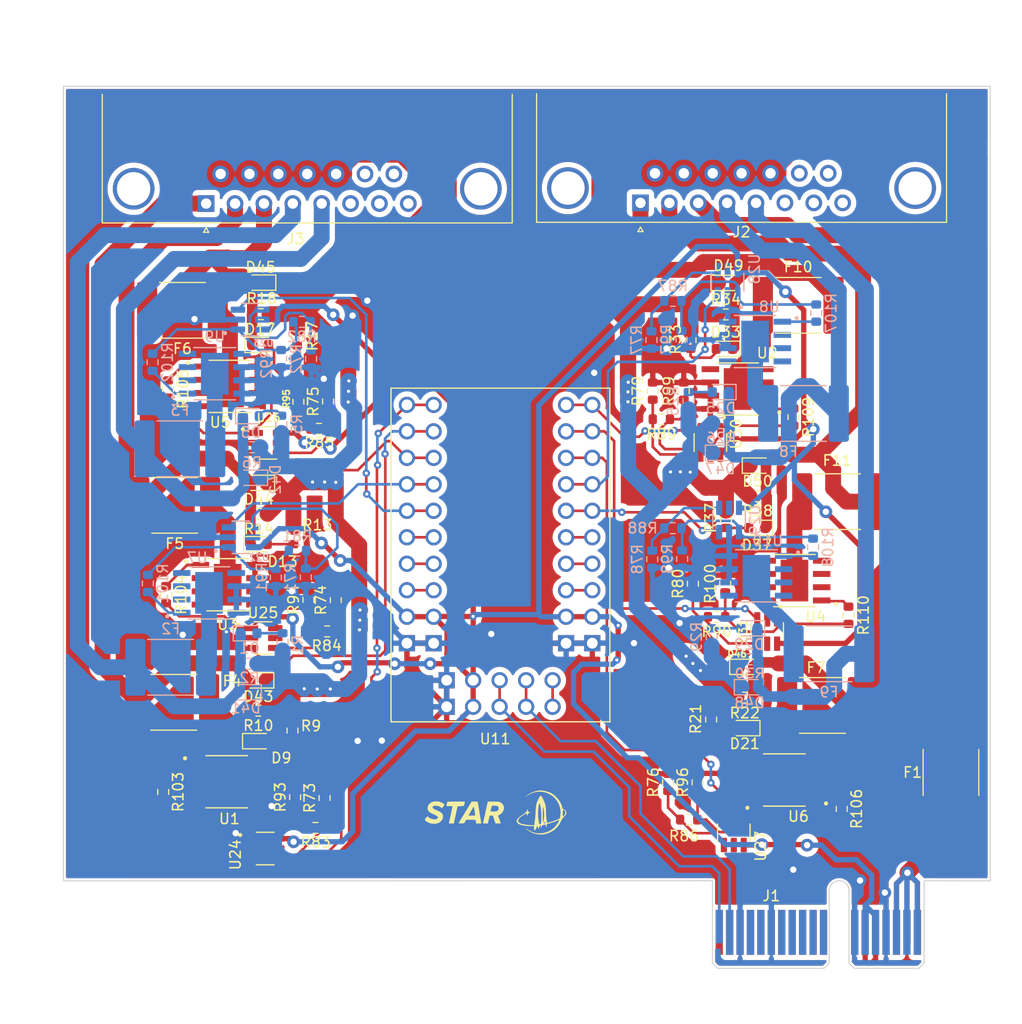
<source format=kicad_pcb>
(kicad_pcb (version 20221018) (generator pcbnew)
  (layers (0 "F.Cu" signal) (31 "B.Cu" signal) (34 "B.Paste" user) (35 "F.Paste" user) (36 "B.SilkS" user "B.Silkscreen") (37 "F.SilkS" user "F.Silkscreen") (38 "B.Mask" user) (39 "F.Mask" user) (44 "Edge.Cuts" user))
  (net 0 "")
  (net 1 "PYRO1")
  (net 2 "Net-(D1-A)")
  (net 3 "+3.3V")
  (net 4 "PYRO2")
  (net 5 "Net-(D5-A)")
  (net 6 "PYRO3")
  (net 7 "Net-(D9-A)")
  (net 8 "PYRO4")
  (net 9 "Net-(D13-A)")
  (net 10 "PYRO5")
  (net 11 "Net-(D17-A)")
  (net 12 "PYRO6")
  (net 13 "Net-(D21-A)")
  (net 14 "PYRO7")
  (net 15 "Net-(D25-A)")
  (net 16 "PYRO8")
  (net 17 "Net-(D29-A)")
  (net 18 "PYRO9")
  (net 19 "Net-(D33-A)")
  (net 20 "PYRO10")
  (net 21 "Net-(D37-A)")
  (net 22 "+12V")
  (net 23 "I2C_SDA")
  (net 24 "I2C_SCL")
  (net 25 "GND")
  (net 43 "PYRO1EN")
  (net 44 "PYRO2EN")
  (net 45 "PYRO3EN")
  (net 46 "PYRO4EN")
  (net 47 "PYRO5EN")
  (net 48 "PYRO6EN")
  (net 49 "PYRO7EN")
  (net 50 "PYRO8EN")
  (net 51 "PYRO9EN")
  (net 52 "PYRO10EN")
  (net 53 "Net-(F1-Pad1)")
  (net 54 "Net-(U7-OUT)")
  (net 55 "Net-(U9-OUT)")
  (net 56 "Net-(U1-OUT)")
  (net 57 "Net-(U3-OUT)")
  (net 58 "Net-(U5-OUT)")
  (net 59 "Net-(U6-OUT)")
  (net 60 "Net-(U8-OUT)")
  (net 61 "Net-(U10-OUT)")
  (net 62 "Net-(U2-OUT)")
  (net 63 "Net-(U4-OUT)")
  (net 64 "+5V")
  (net 69 "Net-(R101-Pad2)")
  (net 70 "Net-(R102-Pad2)")
  (net 71 "Net-(R103-Pad2)")
  (net 75 "Net-(R104-Pad2)")
  (net 76 "Net-(R105-Pad2)")
  (net 80 "Net-(R106-Pad2)")
  (net 81 "Net-(R107-Pad2)")
  (net 82 "Net-(R108-Pad2)")
  (net 83 "Net-(R109-Pad2)")
  (net 84 "Net-(R100-Pad1)")
  (net 85 "Net-(U7-IN)")
  (net 86 "Net-(U9-IN)")
  (net 87 "Net-(U1-IN)")
  (net 88 "Net-(U3-IN)")
  (net 89 "Net-(U5-IN)")
  (net 90 "Net-(U6-IN)")
  (net 91 "Net-(U8-IN)")
  (net 92 "Net-(U10-IN)")
  (net 93 "Net-(U2-IN)")
  (net 94 "Net-(U4-IN)")
  (net 135 "unconnected-(U11-P15-Pad6)")
  (net 136 "unconnected-(U11-P16-Pad7)")
  (net 137 "unconnected-(U11-P17-Pad8)")
  (net 138 "unconnected-(U11-INT-Pad15)")
  (net 139 "unconnected-(U11-P00-Pad18)")
  (net 140 "unconnected-(U11-P01-Pad19)")
  (net 141 "unconnected-(U11-P02-Pad20)")
  (net 142 "Net-(R71-Pad1)")
  (net 143 "Net-(R72-Pad1)")
  (net 144 "Net-(R73-Pad1)")
  (net 145 "Net-(R74-Pad1)")
  (net 146 "Net-(R75-Pad1)")
  (net 147 "Net-(R76-Pad1)")
  (net 148 "Net-(R77-Pad1)")
  (net 149 "Net-(R78-Pad1)")
  (net 150 "Net-(R79-Pad1)")
  (net 151 "Net-(R80-Pad1)")
  (footprint "Fuse:Fuse_2920_7451Metric" (layer "F.Cu") (at 193.45 122.875)
    (fp_text reference "F7")
    (fp_text value "3A Fuse")
  )
  (footprint "Resistor_SMD:R_0603_1608Metric" (layer "F.Cu") (at 145.165 96.35)
    (fp_text reference "R85")
    (fp_text value "9k")
  )
  (footprint "Resistor_SMD:R_0603_1608Metric" (layer "F.Cu") (at 184.125 111.2 90)
    (fp_text reference "R100")
    (fp_text value "10k")
  )
  (footprint "BTS3080EJXUMA1:SOIC127P600X115-9N" (layer "F.Cu") (at 189.793 130.025 180)
    (fp_text reference "U6")
    (fp_text value "BTS3080EJXUMA1")
  )
  (footprint "" (layer "F.Cu") (at 168.86 104.21)
    (fp_text reference "")
    (fp_text value "")
  )
  (footprint "Resistor_SMD:R_0603_1608Metric" (layer "F.Cu") (at 130.5 112.25 -90)
    (fp_text reference "R104")
    (fp_text value "2k")
  )
  (footprint "Resistor_SMD:R_0603_1608Metric" (layer "F.Cu") (at 195.95 114.225 -90)
    (fp_text reference "R110")
    (fp_text value "2k")
  )
  (footprint "Resistor_SMD:R_0603_1608Metric" (layer "F.Cu") (at 180.8 87.85 -90)
    (fp_text reference "R33")
    (fp_text value "100")
  )
  (footprint "Connector_Dsub:DSUB-15_Female_Horizontal_P2.77x2.84mm_EdgePinOffset7.70mm_Housed_MountingHolesOffset9.12mm" (layer "F.Cu") (at 134.343 74.740331 180)
    (fp_text reference "J3")
    (fp_text value "DB15_Female")
  )
  (footprint "Resistor_SMD:R_0603_1608Metric" (layer "F.Cu") (at 186.025 122.125)
    (fp_text reference "R22")
    (fp_text value "10k")
  )
  (footprint "Resistor_SMD:R_0603_1608Metric" (layer "F.Cu") (at 146.04 93.725 90)
    (fp_text reference "R75")
    (fp_text value "1k")
  )
  (footprint "" (layer "F.Cu") (at 156.16 116.91)
    (fp_text reference "")
    (fp_text value "")
  )
  (footprint "" (layer "F.Cu") (at 156.16 111.83)
    (fp_text reference "")
    (fp_text value "")
  )
  (footprint "Diode_SMD:D_0603_1608Metric" (layer "F.Cu") (at 184.23 82.35)
    (fp_text reference "D49")
    (fp_text value "D_Schottky")
  )
  (footprint "Diode_SMD:D_0603_1608Metric" (layer "F.Cu") (at 187.25 99.875)
    (fp_text reference "D50")
    (fp_text value "D_Schottky")
  )
  (footprint "Resistor_SMD:R_0603_1608Metric" (layer "F.Cu") (at 143.19 93.75 90)
    (fp_text reference "R95")
    (fp_text value "10k")
  )
  (footprint "" (layer "F.Cu") (at 167.57 120.46)
    (fp_text reference "")
    (fp_text value "")
  )
  (footprint "Fuse:Fuse_2920_7451Metric" (layer "F.Cu") (at 191.125 84.5)
    (fp_text reference "F10")
    (fp_text value "3A Fuse")
  )
  (footprint "PCF8575_Breakout:PCF8575_Breakout" (layer "F.Cu") (at 152.0725 124.4455)
    (fp_text reference "U11")
    (fp_text value "PCF8575_Breakout")
  )
  (footprint "Fuse:Fuse_2920_7451Metric" (layer "F.Cu") (at 205.775 129.3 90)
    (fp_text reference "F1")
    (fp_text value "6A Fuse")
  )
  (footprint "" (layer "F.Cu") (at 156.16 99.13)
    (fp_text reference "")
    (fp_text value "")
  )
  (footprint "Symbol:SOT95P280X145-6N" (layer "F.Cu") (at 184.95 135.095 -90)
    (fp_text reference "U27")
    (fp_text value "ADA4897-1ARJZ-R7")
  )
  (footprint "Resistor_SMD:R_0603_1608Metric" (layer "F.Cu") (at 130.69 92.525 -90)
    (fp_text reference "R105")
    (fp_text value "2k")
  )
  (footprint "" (layer "F.Cu") (at 168.86 94.05)
    (fp_text reference "")
    (fp_text value "")
  )
  (footprint "Resistor_SMD:R_0603_1608Metric" (layer "F.Cu") (at 144.15 112.75 90)
    (fp_text reference "R94")
    (fp_text value "10k")
  )
  (footprint "" (layer "F.Cu") (at 156.16 109.29)
    (fp_text reference "")
    (fp_text value "")
  )
  (footprint "Resistor_SMD:R_0603_1608Metric" (layer "F.Cu") (at 183.3 114.375 180)
    (fp_text reference "R90")
    (fp_text value "9k")
  )
  (footprint "" (layer "F.Cu") (at 168.86 106.75)
    (fp_text reference "")
    (fp_text value "")
  )
  (footprint "BTS3080EJXUMA1:SOIC127P600X115-9N" (layer "F.Cu") (at 136.3175 130.195)
    (fp_text reference "U1")
    (fp_text value "BTS3080EJXUMA1")
  )
  (footprint "BTS3080EJXUMA1:SOIC127P600X115-9N" (layer "F.Cu") (at 190.765 110.9 180)
    (fp_text reference "U4")
    (fp_text value "BTS3080EJXUMA1")
  )
  (footprint "Resistor_SMD:R_0603_1608Metric" (layer "F.Cu") (at 184.175 85.375)
    (fp_text reference "R34")
    (fp_text value "10k")
  )
  (footprint "" (layer "F.Cu") (at 168.86 109.29)
    (fp_text reference "")
    (fp_text value "")
  )
  (footprint "Diode_SMD:D_0603_1608Metric" (layer "F.Cu") (at 139.425 101.525 180)
    (fp_text reference "D44")
    (fp_text value "D_Schottky")
  )
  (footprint "" (layer "F.Cu") (at 168.86 96.59)
    (fp_text reference "")
    (fp_text value "")
  )
  (footprint "Symbol:SOT95P280X145-6N" (layer "F.Cu") (at 140.265 97.69)
    (fp_text reference "U26")
    (fp_text value "ADA4897-1ARJZ-R7")
  )
  (footprint "Symbol:SOT95P280X145-6N" (layer "F.Cu") (at 182.7 97.655 -90)
    (fp_text reference "U30")
    (fp_text value "ADA4897-1ARJZ-R7")
  )
  (footprint "Resistor_SMD:R_0603_1608Metric" (layer "F.Cu") (at 145.95 115.775)
    (fp_text reference "R84")
    (fp_text value "9k")
  )
  (footprint "Resistor_SMD:R_0603_1608Metric" (layer "F.Cu") (at 142.71475 106.58225 -90)
    (fp_text reference "R13")
    (fp_text value "100")
  )
  (footprint "Resistor_SMD:R_0603_1608Metric" (layer "F.Cu") (at 180.15 92.725 90)
    (fp_text reference "R99")
    (fp_text value "10k")
  )
  (footprint "Symbol:STARLogo" (layer "F.Cu") (at 161.65 133.125)
    (fp_text reference "G***" hide)
    (fp_text value "LOGO" hide)
  )
  (footprint "Resistor_SMD:R_0603_1608Metric" (layer "F.Cu") (at 182.775 124.225 -90)
    (fp_text reference "R21")
    (fp_text value "100")
  )
  (footprint "Resistor_SMD:R_0603_1608Metric" (layer "F.Cu") (at 139.35 123.375 180)
    (fp_text reference "R10")
    (fp_text value "10k")
  )
  (footprint "LED_SMD:LED_0603_1608Metric" (layer "F.Cu") (at 184.05 88.675 180)
    (fp_text reference "D33")
    (fp_text value "G_LED")
  )
  (footprint "Resistor_SMD:R_0603_1608Metric" (layer "F.Cu") (at 181.025 111.2 90)
    (fp_text reference "R80")
    (fp_text value "1k")
  )
  (footprint "BTS3080EJXUMA1:SOIC127P600X115-9N" (layer "F.Cu") (at 185.315 92.53 180)
    (fp_text reference "U2")
    (fp_text value "BTS3080EJXUMA1")
  )
  (footprint "Symbol:SOT95P280X145-6N" (layer "F.Cu") (at 140.005 136.6)
    (fp_text reference "U24")
    (fp_text value "ADA4897-1ARJZ-R7")
  )
  (footprint "Symbol:SOT95P280X145-6N" (layer "F.Cu") (at 188.15 115.7875 -90)
    (fp_text reference "U31")
    (fp_text value "ADA4897-1ARJZ-R7")
  )
  (footprint "" (layer "F.Cu") (at 156.16 94.05)
    (fp_text reference "")
    (fp_text value "")
  )
  (footprint "" (layer "F.Cu") (at 168.86 116.91)
    (fp_text reference "")
    (fp_text value "")
  )
  (footprint "" (layer "F.Cu") (at 156.16 114.37)
    (fp_text reference "")
    (fp_text value "")
  )
  (footprint "Connector_PCBEdge:BUS_PCIexpress_x1" (layer "F.Cu") (at 183.55016 144.641)
    (fp_text reference "J1")
    (fp_text value "PCIE-LP-01-01-F-DV-A-TR")
    (fp_line (start -0.65 -4.95) (end -0.65 2.95) (stroke (width 0.1)) (layer "Edge.Cuts"))
    (fp_line (start -0.65 2.95) (end -0.15 3.45) (stroke (width 0.1)) (layer "Edge.Cuts"))
    (fp_line (start -0.15 3.45) (end 10.05 3.45) (stroke (width 0.1)) (layer "Edge.Cuts"))
    (fp_line (start 10.55 -4) (end 10.55 2.95) (stroke (width 0.1)) (layer "Edge.Cuts"))
    (fp_line (start 10.55 2.95) (end 10.05 3.45) (stroke (width 0.1)) (layer "Edge.Cuts"))
    (fp_line (start 12.45 -4) (end 12.45 2.95) (stroke (width 0.1)) (layer "Edge.Cuts"))
    (fp_line (start 12.45 2.95) (end 12.95 3.45) (stroke (width 0.1)) (layer "Edge.Cuts"))
    (fp_line (start 12.95 3.45) (end 19.15 3.45) (stroke (width 0.1)) (layer "Edge.Cuts"))
    (fp_line (start 19.65 -4.95) (end 19.65 2.95) (stroke (width 0.1)) (layer "Edge.Cuts"))
    (fp_line (start 19.65 2.95) (end 19.15 3.45) (stroke (width 0.1)) (layer "Edge.Cuts"))
    (fp_arc (start 10.55 -4) (mid 11.5 -4.95) (end 12.45 -4) (stroke (width 0.1)) (layer "Edge.Cuts"))
  )
  (footprint "" (layer "F.Cu") (at 156.16 104.21)
    (fp_text reference "")
    (fp_text value "")
  )
  (footprint "Resistor_SMD:R_0603_1608Metric" (layer "F.Cu") (at 139.4 104.5 180)
    (fp_text reference "R14")
    (fp_text value "10k")
  )
  (footprint "Resistor_SMD:R_0603_1608Metric" (layer "F.Cu") (at 142.62225 125.28625 -90)
    (fp_text reference "R9")
    (fp_text value "100")
  )
  (footprint "LED_SMD:LED_0603_1608Metric" (layer "F.Cu") (at 187.175 105.85 180)
    (fp_text reference "D37")
    (fp_text value "G_LED")
  )
  (footprint "Fuse:Fuse_2920_7451Metric" (layer "F.Cu") (at 194.9 103.33)
    (fp_text reference "F11")
    (fp_text value "3A Fuse")
  )
  (footprint "" (layer "F.Cu") (at 168.86 101.67)
    (fp_text reference "")
    (fp_text value "")
  )
  (footprint "Diode_SMD:D_0603_1608Metric" (layer "F.Cu") (at 139.35 120.475 180)
    (fp_text reference "D43")
    (fp_text value "D_Schottky")
  )
  (footprint "Resistor_SMD:R_0603_1608Metric" (layer "F.Cu") (at 130.225 131.175 -90)
    (fp_text reference "R103")
    (fp_text value "2k")
  )
  (footprint "Resistor_SMD:R_0603_1608Metric" (layer "F.Cu") (at 181.475 130.25 90)
    (fp_text reference "R96")
    (fp_text value "10k")
  )
  (footprint "Resistor_SMD:R_0603_1608Metric" (layer "F.Cu") (at 178.65 130.25 90)
    (fp_text reference "R76")
    (fp_text value "1k")
  )
  (footprint "Resistor_SMD:R_0603_1608Metric" (layer "F.Cu") (at 146.775 112.775 90)
    (fp_text reference "R74")
    (fp_text value "1k")
  )
  (footprint "Resistor_SMD:R_0603_1608Metric" (layer "F.Cu") (at 177.175 92.725 90)
    (fp_text reference "R79")
    (fp_text value "1k")
  )
  (footprint "Resistor_SMD:R_0603_1608Metric" (layer "F.Cu") (at 187.275 102.825)
    (fp_text reference "R38")
    (fp_text value "10k")
  )
  (footprint "Resistor_SMD:R_0603_1608Metric" (layer "F.Cu") (at 190.675 95.225 -90)
    (fp_text reference "R109")
    (fp_text value "2k")
  )
  (footprint "Resistor_SMD:R_0603_1608Metric" (layer "F.Cu") (at 143.065 87.525 -90)
    (fp_text reference "R17")
    (fp_text value "100")
  )
  (footprint "Resistor_SMD:R_0603_1608Metric" (layer "F.Cu") (at 145.7 131.75 90)
    (fp_text reference "R73")
    (fp_text value "1k")
  )
  (footprint "Resistor_SMD:R_0603_1608Metric" (layer "F.Cu") (at 178 95.425 180)
    (fp_text reference "R89")
    (fp_text value "9k")
  )
  (footprint "Connector_Dsub:DSUB-15_Female_Horizontal_P2.77x2.84mm_EdgePinOffset7.70mm_Housed_MountingHolesOffset9.12mm" (layer "F.Cu") (at 175.999 74.676 180)
    (fp_text reference "J2")
    (fp_text value "DB15_Female")
  )
  (footprint "" (layer "F.Cu") (at 159.95 120.46)
    (fp_text reference "")
    (fp_text value "")
  )
  (footprint "LED_SMD:LED_0603_1608Metric" (layer "F.Cu") (at 139.54 88.3)
    (fp_text reference "D17")
    (fp_text value "G_LED")
  )
  (footprint "Diode_SMD:D_0603_1608Metric" (layer "F.Cu") (at 139.54 82.325 180)
    (fp_text reference "D45")
    (fp_text value "D_Schottky")
  )
  (footprint "Symbol:SOT95P280X145-6N" (layer "F.Cu") (at 139.805 116.41)
    (fp_text reference "U25")
    (fp_text value "ADA4897-1ARJZ-R7")
  )
  (footprint "" (layer "F.Cu") (at 168.86 99.13)
    (fp_text reference "")
    (fp_text value "")
  )
  (footprint "" (layer "F.Cu") (at 157.41 120.46)
    (fp_text reference "")
    (fp_text value "")
  )
  (footprint "BTS3080EJXUMA1:SOIC127P600X115-9N" (layer "F.Cu") (at 136.41 111.3)
    (fp_text reference "U3")
    (fp_text value "BTS3080EJXUMA1")
  )
  (footprint "" (layer "F.Cu") (at 168.86 111.83)
    (fp_text reference "")
    (fp_text value "")
  )
  (footprint "Fuse:Fuse_2920_7451Metric" (layer "F.Cu") (at 131.2375 122.575 180)
    (fp_text reference "F4")
    (fp_text value "3A Fuse")
  )
  (footprint "" (layer "F.Cu") (at 156.16 106.75)
    (fp_text reference "")
    (fp_text value "")
  )
  (footprint "" (layer "F.Cu") (at 162.49 120.46)
    (fp_text reference "")
    (fp_text value "")
  )
  (footprint "Resistor_SMD:R_0603_1608Metric" (layer "F.Cu") (at 184.2 105.025 -90)
    (fp_text reference "R37")
    (fp_text value "100")
  )
  (footprint "LED_SMD:LED_0603_1608Metric" (layer "F.Cu") (at 139.41275 107.40725)
    (fp_text reference "D13")
    (fp_text value "G_LED")
  )
  (footprint "Diode_SMD:D_0603_1608Metric" (layer "F.Cu") (at 186.0375 119.175)
    (fp_text reference "D46")
    (fp_text value "D_Schottky")
  )
  (footprint "Fuse:Fuse_2920_7451Metric" (layer "F.Cu") (at 132.068119 84.980001 180)
    (fp_text reference "F6")
    (fp_text value "3A Fuse")
  )
  (footprint "LED_SMD:LED_0603_1608Metric" (layer "F.Cu") (at 185.975 125.05 180)
    (fp_text reference "D21")
    (fp_text value "G_LED")
  )
  (footprint "" (layer "F.Cu") (at 156.16 101.67)
    (fp_text reference "")
    (fp_text value "")
  )
  (footprint "Resistor_SMD:R_0603_1608Metric" (layer "F.Cu") (at 139.59 85.35 180)
    (fp_text reference "R18")
    (fp_text value "10k")
  )
  (footprint "BTS3080EJXUMA1:SOIC127P600X115-9N" (layer "F.Cu") (at 136.625 92.275)
    (fp_text reference "U5")
    (fp_text value "BTS3080EJXUMA1")
  )
  (footprint "Resistor_SMD:R_0603_1608Metric" (layer "F.Cu") (at 180.625 133.825 180)
    (fp_text reference "R86")
    (fp_text value "9k")
  )
  (footprint "Resistor_SMD:R_0603_1608Metric" (layer "F.Cu") (at 195.3 132.8 -90)
    (fp_text reference "R106")
    (fp_text value "2k")
  )
  (footprint "Resistor_SMD:R_0603_1608Metric" (layer "F.Cu") (at 144.825 134.625)
    (fp_text reference "R83")
    (fp_text value "9k")
  )
  (footprint "LED_SMD:LED_0603_1608Metric" (layer "F.Cu") (at 139.32025 126.30225)
    (fp_text reference "D9")
    (fp_text value "G_LED")
  )
  (footprint "" (layer "F.Cu") (at 168.86 114.37)
    (fp_text reference "")
    (fp_text value "")
  )
  (footprint "" (layer "F.Cu") (at 156.16 96.59)
    (fp_text reference "")
    (fp_text value "")
  )
  (footprint "" (layer "F.Cu") (at 165.03 120.46)
    (fp_text reference "")
    (fp_text value "")
  )
  (footprint "Fuse:Fuse_2920_7451Metric" (layer "F.Cu") (at 131.33 103.68 180)
    (fp_text reference "F5")
    (fp_text value "3A Fuse")
  )
  (footprint "Resistor_SMD:R_0603_1608Metric" (layer "F.Cu") (at 142.875 131.675 90)
    (fp_text reference "R93")
    (fp_text value "10k")
  )
  (footprint "Fuse:Fuse_2920_7451Metric" (layer "B.Cu") (at 191.63 94.87)
    (fp_text reference "F8")
    (fp_text value "3A Fuse")
  )
  (footprint "Resistor_SMD:R_0603_1608Metric" (layer "B.Cu") (at 179.93 87.77 -90)
    (fp_text reference "R97")
    (fp_text value "10k")
  )
  (footprint "Resistor_SMD:R_0603_1608Metric" (layer "B.Cu") (at 183.73 95.795)
    (fp_text reference "R26")
    (fp_text value "10k")
  )
  (footprint "Diode_SMD:D_0603_1608Metric" (layer "B.Cu") (at 186.4875 121.125)
    (fp_text reference "D48")
    (fp_text value "D_Schottky")
  )
  (footprint "Resistor_SMD:R_0603_1608Metric" (layer "B.Cu") (at 192.855 85.245 90)
    (fp_text reference "R107")
    (fp_text value "2k")
  )
  (footprint "Fuse:Fuse_2920_7451Metric" (layer "B.Cu") (at 194.075 117.925)
    (fp_text reference "F9")
    (fp_text value "3A Fuse")
  )
  (footprint "Resistor_SMD:R_0603_1608Metric" (layer "B.Cu") (at 177.125 108.85 -90)
    (fp_text reference "R78")
    (fp_text value "1k")
  )
  (footprint "Resistor_SMD:R_0603_1608Metric" (layer "B.Cu") (at 141.675 116.775 90)
    (fp_text reference "R1")
    (fp_text value "100")
  )
  (footprint "Resistor_SMD:R_0603_1608Metric" (layer "B.Cu") (at 143.9 110.575 -90)
    (fp_text reference "R71")
    (fp_text value "1k")
  )
  (footprint "LED_SMD:LED_0603_1608Metric" (layer "B.Cu") (at 183.68 92.82 180)
    (fp_text reference "D25")
    (fp_text value "G_LED")
  )
  (footprint "Symbol:SOT95P280X145-6N" (layer "B.Cu") (at 184.5 105.0875 90)
    (fp_text reference "U29")
    (fp_text value "ADA4897-1ARJZ-R7")
  )
  (footprint "BTS3080EJXUMA1:SOIC127P600X115-9N" (layer "B.Cu") (at 134.615 112.08)
    (fp_text reference "U7")
    (fp_text value "BTS3080EJXUMA1")
  )
  (footprint "Fuse:Fuse_2920_7451Metric" (layer "B.Cu") (at 130.941071 119.213999 180)
    (fp_text reference "F2")
    (fp_text value "3A Fuse")
  )
  (footprint "Diode_SMD:D_0603_1608Metric" (layer "B.Cu") (at 183.705 98.645)
    (fp_text reference "D47")
    (fp_text value "D_Schottky")
  )
  (footprint "Resistor_SMD:R_0603_1608Metric" (layer "B.Cu") (at 177.055 87.82 -90)
    (fp_text reference "R77")
    (fp_text value "1k")
  )
  (footprint "Resistor_SMD:R_0603_1608Metric" (layer "B.Cu") (at 141.55475 95.911 90)
    (fp_text reference "R5")
    (fp_text value "100")
  )
  (footprint "Resistor_SMD:R_0603_1608Metric" (layer "B.Cu") (at 179.1 105.875 180)
    (fp_text reference "R88")
    (fp_text value "9k")
  )
  (footprint "LED_SMD:LED_0603_1608Metric" (layer "B.Cu") (at 138.65 95.125)
    (fp_text reference "D5")
    (fp_text value "G_LED")
  )
  (footprint "Resistor_SMD:R_0603_1608Metric" (layer "B.Cu") (at 129.20475 89.961 90)
    (fp_text reference "R102")
    (fp_text value "2k")
  )
  (footprint "Resistor_SMD:R_0603_1608Metric" (layer "B.Cu") (at 138.403571 118.875 180)
    (fp_text reference "R2")
    (fp_text value "10k")
  )
  (footprint "Resistor_SMD:R_0603_1608Metric" (layer "B.Cu") (at 186.475 118.45)
    (fp_text reference "R30")
    (fp_text value "10k")
  )
  (footprint "Resistor_SMD:R_0603_1608Metric" (layer "B.Cu") (at 141.025 110.6 -90)
    (fp_text reference "R91")
    (fp_text value "10k")
  )
  (footprint "Resistor_SMD:R_0603_1608Metric" (layer "B.Cu") (at 179.105 84.07 180)
    (fp_text reference "R87")
    (fp_text value "9k")
  )
  (footprint "Resistor_SMD:R_0603_1608Metric" (layer "B.Cu") (at 143.52975 86.086)
    (fp_text reference "R82")
    (fp_text value "9k")
  )
  (footprint "Resistor_SMD:R_0603_1608Metric" (layer "B.Cu") (at 182.825 116.3 90)
    (fp_text reference "R29")
    (fp_text value "100")
  )
  (footprint "Fuse:Fuse_2920_7451Metric" (layer "B.Cu") (at 131.82975 98.261 180)
    (fp_text reference "F3")
    (fp_text value "3A Fuse")
  )
  (footprint "Symbol:SOT95P280X145-6N" (layer "B.Cu") (at 184.355 82.2875 90)
    (fp_text reference "U28")
    (fp_text value "ADA4897-1ARJZ-R7")
  )
  (footprint "Symbol:SOT95P280X145-6N" (layer "B.Cu") (at 137.675 106.75)
    (fp_text reference "U22")
    (fp_text value "ADA4897-1ARJZ-R7")
  )
  (footprint "LED_SMD:LED_0603_1608Metric" (layer "B.Cu") (at 138.425 115.95)
    (fp_text reference "D1")
    (fp_text value "G_LED")
  )
  (footprint "Diode_SMD:D_0603_1608Metric" (layer "B.Cu") (at 138.141071 121.613999 180)
    (fp_text reference "D41")
    (fp_text value "D_Schottky")
  )
  (footprint "Resistor_SMD:R_0603_1608Metric" (layer "B.Cu") (at 128.75 111.175 90)
    (fp_text reference "R101")
    (fp_text value "2k")
  )
  (footprint "BTS3080EJXUMA1:SOIC127P600X115-9N" (layer "B.Cu") (at 186.99 87.975 180)
    (fp_text reference "U8")
    (fp_text value "BTS3080EJXUMA1")
  )
  (footprint "Resistor_SMD:R_0603_1608Metric" (layer "B.Cu") (at 180 108.825 -90)
    (fp_text reference "R98")
    (fp_text value "10k")
  )
  (footprint "Diode_SMD:D_0603_1608Metric" (layer "B.Cu") (at 138.75475 101.036 180)
    (fp_text reference "D42")
    (fp_text value "D_Schottky")
  )
  (footprint "Resistor_SMD:R_0603_1608Metric" (layer "B.Cu") (at 141.52975 89.611 -90)
    (fp_text reference "R92")
    (fp_text value "10k")
  )
  (footprint "LED_SMD:LED_0603_1608Metric" (layer "B.Cu") (at 186.425 115.475 180)
    (fp_text reference "D29")
    (fp_text value "G_LED")
  )
  (footprint "Resistor_SMD:R_0603_1608Metric" (layer "B.Cu") (at 180.605 93.645 90)
    (fp_text reference "R25")
    (fp_text value "100")
  )
  (footprint "BTS3080EJXUMA1:SOIC127P600X115-9N" (layer "B.Cu") (at 187.115 110.445 180)
    (fp_text reference "U10")
    (fp_text value "BTS3080EJXUMA1")
  )
  (footprint "Resistor_SMD:R_0603_1608Metric" (layer "B.Cu") (at 144.40475 89.636 -90)
    (fp_text reference "R72")
    (fp_text value "1k")
  )
  (footprint "Resistor_SMD:R_0603_1608Metric" (layer "B.Cu") (at 143.103571 108.025)
    (fp_text reference "R81")
    (fp_text value "9k")
  )
  (footprint "Symbol:SOT95P280X145-6N" (layer "B.Cu") (at 138.5525 85.87)
    (fp_text reference "U23")
    (fp_text value "ADA4897-1ARJZ-R7")
  )
  (footprint "BTS3080EJXUMA1:SOIC127P600X115-9N" (layer "B.Cu") (at 135.16475 91.061)
    (fp_text reference "U9")
    (fp_text value "BTS3080EJXUMA1")
  )
  (footprint "Resistor_SMD:R_0603_1608Metric" (layer "B.Cu") (at 192.55 107.7 90)
    (fp_text reference "R108")
    (fp_text value "2k")
  )
  (footprint "Resistor_SMD:R_0603_1608Metric" (layer "B.Cu") (at 138.72975 98.111 180)
    (fp_text reference "R6")
    (fp_text value "10k")
  )
  (gr_line (start 182.90016 139.691) (end 120.65 139.7) (stroke (width 0.1)) (layer "Edge.Cuts"))
  (gr_line (start 209.55 63.5) (end 209.55 139.7) (stroke (width 0.1)) (layer "Edge.Cuts"))
  (gr_line (start 120.65 63.5) (end 209.55 63.5) (stroke (width 0.1)) (layer "Edge.Cuts"))
  (gr_line (start 209.55 139.7) (end 203.20016 139.691) (stroke (width 0.1)) (layer "Edge.Cuts"))
  (gr_line (start 120.65 139.7) (end 120.65 63.5) (stroke (width 0.1)) (layer "Edge.Cuts"))
  (segment (start 138.53275 126.30225) (end 138.53275 123.38275) (width 1.016) (layer "F.Cu") (net 1))
  (segment (start 136.9215 118.834) (end 131.591 118.834) (width 1.524) (layer "F.Cu") (net 1))
  (segment (start 124.4 119.125) (end 127.85 122.575) (width 1.524) (layer "F.Cu") (net 1))
  (segment (start 131.591 118.834) (end 127.85 122.575) (width 1.524) (layer "F.Cu") (net 1))
  (segment (start 130.233269 74.740331) (end 124.4 80.5736) (width 1.524) (layer "F.Cu") (net 1))
  (segment (start 138.53275 123.38275) (end 138.525 123.375) (width 1.016) (layer "F.Cu") (net 1))
  (segment (start 138.5625 120.475) (end 136.9215 118.834) (width 1.016) (layer "F.Cu") (net 1))
  (segment (start 134.343 74.740331) (end 130.233269 74.740331) (width 1.524) (layer "F.Cu") (net 1))
  (segment (start 138.5625 123.3375) (end 138.525 123.375) (width 1.016) (layer "F.Cu") (net 1))
  (segment (start 124.4 80.5736) (end 124.4 119.125) (width 1.524) (layer "F.Cu") (net 1))
  (segment (start 138.5625 120.475) (end 138.5625 123.3375) (width 1.016) (layer "F.Cu") (net 1))
  (segment (start 139.2125 115.95) (end 141.675 115.95) (width 0.254) (layer "B.Cu") (net 2))
  (segment (start 198.55016 147.19984) (end 198.55016 144.641) (width 0.508) (layer "F.Cu") (net 3))
  (segment (start 197.55016 147.37516) (end 197.758 147.583) (width 0.508) (layer "F.Cu") (net 3))
  (segment (start 197.55016 144.641) (end 197.55016 147.37516) (width 0.508) (layer "F.Cu") (net 3))
  (segment (start 198.167 147.583) (end 198.55016 147.19984) (width 0.508) (layer "F.Cu") (net 3))
  (segment (start 197.758 147.583) (end 198.167 147.583) (width 0.508) (layer "F.Cu") (net 3))
  (segment (start 175.999 74.676) (end 175.999 79.824) (width 1.524) (layer "F.Cu") (net 4))
  (segment (start 188.565394 80.35) (end 187.475 80.35) (width 1.524) (layer "F.Cu") (net 4))
  (segment (start 194.5125 84.5) (end 194.5125 83.4875) (width 1.524) (layer "F.Cu") (net 4))
  (segment (start 185.0175 85.3575) (end 185 85.375) (width 1.016) (layer "F.Cu") (net 4))
  (segment (start 185 88.5125) (end 185 85.375) (width 1.016) (layer "F.Cu") (net 4))
  (segment (start 189.615394 81.4) (end 188.565394 80.35) (width 1.524) (layer "F.Cu") (net 4))
  (segment (start 177.275 81.1) (end 181.285528 81.1) (width 1.524) (layer "F.Cu") (net 4))
  (segment (start 184.8375 88.675) (end 185 88.5125) (width 1.016) (layer "F.Cu") (net 4))
  (segment (start 187.0175 80.35) (end 187.475 80.35) (width 1.016) (layer "F.Cu") (net 4))
  (segment (start 192.425 81.4) (end 189.615394 81.4) (width 1.524) (layer "F.Cu") (net 4))
  (segment (start 175.999 79.824) (end 177.275 81.1) (width 1.524) (layer "F.Cu") (net 4))
  (segment (start 181.285528 81.1) (end 182.035528 80.35) (width 1.524) (layer "F.Cu") (net 4))
  (segment (start 185.0175 82.35) (end 187.0175 80.35) (width 1.016) (layer "F.Cu") (net 4))
  (segment (start 185.0175 82.35) (end 185.0175 85.3575) (width 1.016) (layer "F.Cu") (net 4))
  (segment (start 182.035528 80.35) (end 187.475 80.35) (width 1.524) (layer "F.Cu") (net 4))
  (segment (start 194.5125 83.4875) (end 192.425 81.4) (width 1.524) (layer "F.Cu") (net 4))
  (segment (start 139.9375 94.625) (end 141.09375 94.625) (width 0.254) (layer "B.Cu") (net 5))
  (segment (start 139.4375 95.125) (end 139.9375 94.625) (width 0.254) (layer "B.Cu") (net 5))
  (segment (start 141.09375 94.625) (end 141.55475 95.086) (width 0.254) (layer "B.Cu") (net 5))
  (segment (start 138.6375 104.4375) (end 138.575 104.5) (width 1.016) (layer "F.Cu") (net 6))
  (segment (start 130.325 78.05) (end 126.702119 81.672881) (width 1.524) (layer "F.Cu") (net 6))
  (segment (start 137.113 74.740331) (end 137.113 76.287) (width 1.524) (layer "F.Cu") (net 6))
  (segment (start 138.6375 101.525) (end 136.3125 99.2) (width 1.016) (layer "F.Cu") (net 6))
  (segment (start 137.113 76.287) (end 135.35 78.05) (width 1.524) (layer "F.Cu") (net 6))
  (segment (start 138.575 107.357) (end 138.62525 107.40725) (width 1.016) (layer "F.Cu") (net 6))
  (segment (start 126.702119 81.672881) (end 126.702119 102.439619) (width 1.524) (layer "F.Cu") (net 6))
  (segment (start 132.4225 99.2) (end 127.9425 103.68) (width 1.524) (layer "F.Cu") (net 6))
  (segment (start 138.6375 101.525) (end 138.6375 104.4375) (width 1.016) (layer "F.Cu") (net 6))
  (segment (start 138.575 104.5) (end 138.575 107.357) (width 1.016) (layer "F.Cu") (net 6))
  (segment (start 135.35 78.05) (end 130.325 78.05) (width 1.524) (layer "F.Cu") (net 6))
  (segment (start 136.3125 99.2) (end 132.4225 99.2) (width 1.524) (layer "F.Cu") (net 6))
  (segment (start 126.702119 102.439619) (end 127.9425 103.68) (width 1.524) (layer "F.Cu") (net 6))
  (segment (start 140.29875 126.11125) (end 140.10775 126.30225) (width 0.254) (layer "F.Cu") (net 7))
  (segment (start 142.62225 126.11125) (end 140.29875 126.11125) (width 0.254) (layer "F.Cu") (net 7))
  (segment (start 188.1 105.7125) (end 188.1 102.825) (width 1.016) (layer "F.Cu") (net 8))
  (segment (start 188.0375 99.875) (end 188.0375 99.3875) (width 1.016) (layer "F.Cu") (net 8))
  (segment (start 198.2875 103.33) (end 195.755 103.33) (width 1.524) (layer "F.Cu") (net 8))
  (segment (start 195.755 103.33) (end 194.475 102.05) (width 1.524) (layer "F.Cu") (net 8))
  (segment (start 193.05 98.825) (end 190.525 98.825) (width 1.524) (layer "F.Cu") (net 8))
  (segment (start 197.35 94.525) (end 193.05 98.825) (width 1.524) (layer "F.Cu") (net 8))
  (segment (start 194.475 102.05) (end 194.475 100.25) (width 1.524) (layer "F.Cu") (net 8))
  (segment (start 188.0375 99.3875) (end 188.6 98.825) (width 1.016) (layer "F.Cu") (net 8))
  (segment (start 178.769 74.676) (end 178.769 76.041944) (width 1.524) (layer "F.Cu") (net 8))
  (segment (start 193.175 98.95) (end 193.05 98.825) (width 1.524) (layer "F.Cu") (net 8))
  (segment (start 194.475 100.25) (end 193.175 98.95) (width 1.524) (layer "F.Cu") (net 8))
  (segment (start 190.279866 79.55) (end 195 79.55) (width 1.524) (layer "F.Cu") (net 8))
  (segment (start 197.35 81.9) (end 197.35 94.525) (width 1.524) (layer "F.Cu") (net 8))
  (segment (start 188.6 98.825) (end 190.525 98.825) (width 1.016) (layer "F.Cu") (net 8))
  (segment (start 178.769 76.041944) (end 181.299056 78.572) (width 1.524) (layer "F.Cu") (net 8))
  (segment (start 195 79.55) (end 197.35 81.9) (width 1.524) (layer "F.Cu") (net 8))
  (segment (start 187.9625 105.85) (end 188.1 105.7125) (width 1.016) (layer "F.Cu") (net 8))
  (segment (start 188.0375 99.875) (end 188.0375 102.7625) (width 1.016) (layer "F.Cu") (net 8))
  (segment (start 188.0375 102.7625) (end 188.1 102.825) (width 1.016) (layer "F.Cu") (net 8))
  (segment (start 181.299056 78.572) (end 189.301866 78.572) (width 1.524) (layer "F.Cu") (net 8))
  (segment (start 189.301866 78.572) (end 190.279866 79.55) (width 1.524) (layer "F.Cu") (net 8))
  (segment (start 142.71475 107.40725) (end 140.20025 107.40725) (width 0.254) (layer "F.Cu") (net 9))
  (segment (start 136.405378 79.924165) (end 136.456213 79.975) (width 1.524) (layer "F.Cu") (net 10))
  (segment (start 136.456213 79.975) (end 138.375 79.975) (width 1.524) (layer "F.Cu") (net 10))
  (segment (start 129.64333 84.980001) (end 128.680619 84.980001) (width 1.524) (layer "F.Cu") (net 10))
  (segment (start 136.25 81.475) (end 134.699165 79.924165) (width 1.016) (layer "F.Cu") (net 10))
  (segment (start 138.765 82.3375) (end 138.7525 82.325) (width 1.016) (layer "F.Cu") (net 10))
  (segment (start 138.7525 85.3625) (end 138.765 85.35) (width 1.016) (layer "F.Cu") (net 10))
  (segment (start 134.699165 79.924165) (end 129.64333 84.980001) (width 1.524) (layer "F.Cu") (net 10))
  (segment (start 138.7525 88.3) (end 138.7525 85.3625) (width 1.016) (layer "F.Cu") (net 10))
  (segment (start 136.351665 79.924165) (end 136.405378 79.924165) (width 1.524) (layer "F.Cu") (net 10))
  (segment (start 139.883 78.467) (end 139.883 74.740331) (width 1.524) (layer "F.Cu") (net 10))
  (segment (start 138.375 79.975) (end 139.883 78.467) (width 1.524) (layer "F.Cu") (net 10))
  (segment (start 136.351665 79.924165) (end 134.699165 79.924165) (width 1.524) (layer "F.Cu") (net 10))
  (segment (start 138.765 85.35) (end 138.765 82.3375) (width 1.016) (layer "F.Cu") (net 10))
  (segment (start 137.9025 81.475) (end 136.25 81.475) (width 1.016) (layer "F.Cu") (net 10))
  (segment (start 138.7525 82.325) (end 137.9025 81.475) (width 1.016) (layer "F.Cu") (net 10))
  (segment (start 140.85 90.55) (end 141.875 91.575) (width 0.254) (layer "F.Cu") (net 11))
  (segment (start 140.85 88.8225) (end 140.85 90.55) (width 0.254) (layer "F.Cu") (net 11))
  (segment (start 143.065 91.135) (end 143.065 88.35) (width 0.254) (layer "F.Cu") (net 11))
  (segment (start 141.875 91.575) (end 142.625 91.575) (width 0.254) (layer "F.Cu") (net 11))
  (segment (start 142.625 91.575) (end 143.065 91.135) (width 0.254) (layer "F.Cu") (net 11))
  (segment (start 140.3275 88.3) (end 140.85 88.8225) (width 0.254) (layer "F.Cu") (net 11))
  (segment (start 187.25 118.75) (end 189.125 118.75) (width 1.016) (layer "F.Cu") (net 12))
  (segment (start 186.7625 125.05) (end 186.7625 122.2125) (width 1.016) (layer "F.Cu") (net 12))
  (segment (start 201.325 107.975) (end 198.45 110.85) (width 1.524) (layer "F.Cu") (net 12))
  (segment (start 198.45 121.2625) (end 196.8375 122.875) (width 1.524) (layer "F.Cu") (net 12))
  (segment (start 198.45 110.85) (end 198.45 121.2625) (width 1.524) (layer "F.Cu") (net 12))
  (segment (start 186.825 122.1) (end 186.85 122.125) (width 1.016) (layer "F.Cu") (net 12))
  (segment (start 186.7625 122.2125) (end 186.85 122.125) (width 1.016) (layer "F.Cu") (net 12))
  (segment (start 183.657 76.794) (end 190.038338 76.794) (width 1.524) (layer "F.Cu") (net 12))
  (segment (start 193.575 120.6) (end 191.825 118.85) (width 1.524) (layer "F.Cu") (net 12))
  (segment (start 186.825 119.175) (end 186.825 122.1) (width 1.016) (layer "F.Cu") (net 12))
  (segment (start 191.825 118.85) (end 189.225 118.85) (width 1.524) (layer "F.Cu") (net 12))
  (segment (start 195.85 122.875) (end 193.575 120.6) (width 1.524) (layer "F.Cu") (net 12))
  (segment (start 195.947 77.772) (end 201.325 83.15) (width 1.524) (layer "F.Cu") (net 12))
  (segment (start 191.016338 77.772) (end 195.947 77.772) (width 1.524) (layer "F.Cu") (net 12))
  (segment (start 189.125 118.75) (end 189.225 118.85) (width 1.016) (layer "F.Cu") (net 12))
  (segment (start 196.8375 122.875) (end 195.85 122.875) (width 1.524) (layer "F.Cu") (net 12))
  (segment (start 201.325 83.15) (end 201.325 107.975) (width 1.524) (layer "F.Cu") (net 12))
  (segment (start 190.038338 76.794) (end 191.016338 77.772) (width 1.524) (layer "F.Cu") (net 12))
  (segment (start 186.825 119.175) (end 187.25 118.75) (width 1.016) (layer "F.Cu") (net 12))
  (segment (start 181.539 74.676) (end 183.657 76.794) (width 1.524) (layer "F.Cu") (net 12))
  (segment (start 182.775 125.05) (end 185.1875 125.05) (width 0.254) (layer "F.Cu") (net 13))
  (segment (start 124.163999 119.213999) (end 122.025 117.075) (width 1.524) (layer "B.Cu") (net 14))
  (segment (start 122.025 117.075) (end 122.025 80.375) (width 1.524) (layer "B.Cu") (net 14))
  (segment (start 127.553571 119.213999) (end 124.163999 119.213999) (width 1.524) (layer "B.Cu") (net 14))
  (segment (start 137.578571 121.388999) (end 137.353571 121.613999) (width 1.016) (layer "B.Cu") (net 14))
  (segment (start 122.025 80.375) (end 124.625 77.775) (width 1.524) (layer "B.Cu") (net 14))
  (segment (start 137.578571 118.875) (end 137.578571 121.388999) (width 1.016) (layer "B.Cu") (net 14))
  (segment (start 142.653 76.122) (end 142.653 74.740331) (width 1.524) (layer "B.Cu") (net 14))
  (segment (start 136.012571 122.954999) (end 131.294571 122.954999) (width 1.524) (layer "B.Cu") (net 14))
  (segment (start 137.6375 115.95) (end 137.6375 118.816071) (width 1.016) (layer "B.Cu") (net 14))
  (segment (start 124.625 77.775) (end 141 77.775) (width 1.524) (layer "B.Cu") (net 14))
  (segment (start 141 77.775) (end 142.653 76.122) (width 1.524) (layer "B.Cu") (net 14))
  (segment (start 131.294571 122.954999) (end 127.553571 119.213999) (width 1.524) (layer "B.Cu") (net 14))
  (segment (start 137.6375 118.816071) (end 137.578571 118.875) (width 1.016) (layer "B.Cu") (net 14))
  (segment (start 137.353571 121.613999) (end 136.012571 122.954999) (width 1.016) (layer "B.Cu") (net 14))
  (segment (start 182.8925 92.82) (end 180.605 92.82) (width 0.254) (layer "B.Cu") (net 15))
  (segment (start 184.555 98.5825) (end 184.4925 98.645) (width 1.016) (layer "B.Cu") (net 16))
  (segment (start 189.45 99.075) (end 187.1 99.075) (width 1.524) (layer "B.Cu") (net 16))
  (segment (start 184.4675 95.7075) (end 184.555 95.795) (width 1.016) (layer "B.Cu") (net 16))
  (segment (start 184.309 75.898472) (end 184.309 74.676) (width 1.524) (layer "B.Cu") (net 16))
  (segment (start 192.275 92.25) (end 191.375 92.25) (width 1.524) (layer "B.Cu") (net 16))
  (segment (start 195.0175 94.87) (end 195.0175 83.0675) (width 1.524) (layer "B.Cu") (net 16))
  (segment (start 190.221 98.304) (end 189.45 99.075) (width 1.524) (layer "B.Cu") (net 16))
  (segment (start 191.2 79.25) (end 187.660528 79.25) (width 1.524) (layer "B.Cu") (net 16))
  (segment (start 184.9225 99.075) (end 187.1 99.075) (width 1.016) (layer "B.Cu") (net 16))
  (segment (start 187.660528 79.25) (end 184.309 75.898472) (width 1.524) (layer "B.Cu") (net 16))
  (segment (start 190.221 93.404) (end 190.221 98.304) (width 1.524) (layer "B.Cu") (net 16))
  (segment (start 191.375 92.25) (end 190.221 93.404) (width 1.524) (layer "B.Cu") (net 16))
  (segment (start 194.895 94.87) (end 192.275 92.25) (width 1.524) (layer "B.Cu") (net 16))
  (segment (start 195.0175 94.87) (end 194.895 94.87) (width 1.524) (layer "B.Cu") (net 16))
  (segment (start 195.0175 83.0675) (end 191.2 79.25) (width 1.524) (layer "B.Cu") (net 16))
  (segment (start 184.555 95.795) (end 184.555 98.5825) (width 1.016) (layer "B.Cu") (net 16))
  (segment (start 184.4925 98.645) (end 184.9225 99.075) (width 1.016) (layer "B.Cu") (net 16))
  (segment (start 184.4675 92.82) (end 184.4675 95.7075) (width 1.016) (layer "B.Cu") (net 16))
  (segment (start 182.825 115.475) (end 185.6375 115.475) (width 0.254) (layer "B.Cu") (net 17))
  (segment (start 145.423 78.052) (end 145.423 74.740331) (width 1.524) (layer "B.Cu") (net 18))
  (segment (start 137.90475 100.9735) (end 137.96725 101.036) (width 1.016) (layer "B.Cu") (net 18))
  (segment (start 137.8625 95.125) (end 137.8625 98.06875) (width 1.016) (layer "B.Cu") (net 18))
  (segment (start 137.96725 101.9252) (end 136.86745 103.025) (width 1.016) (layer "B.Cu") (net 18))
  (segment (start 126.45 84.875) (end 131.275 80.05) (width 1.524) (layer "B.Cu") (net 18))
  (segment (start 128.44225 98.99225) (end 132.475 103.025) (width 1.524) (layer "B.Cu") (net 18))
  (segment (start 132.475 103.025) (end 136.86745 103.025) (width 1.524) (layer "B.Cu") (net 18))
  (segment (start 127.71375 97.5325) (end 127.6325 97.5325) (width 1.524) (layer "B.Cu") (net 18))
  (segment (start 127.6325 97.5325) (end 126.45 96.35) (width 1.524) (layer "B.Cu") (net 18))
  (segment (start 126.45 96.35) (end 126.45 84.875) (width 1.524) (layer "B.Cu") (net 18))
  (segment (start 131.275 80.05) (end 143.425 80.05) (width 1.524) (layer "B.Cu") (net 18))
  (segment (start 137.90475 98.111) (end 137.90475 100.9735) (width 1.016) (layer "B.Cu") (net 18))
  (segment (start 128.44225 98.261) (end 128.44225 98.99225) (width 1.524) (layer "B.Cu") (net 18))
  (segment (start 128.44225 98.261) (end 127.71375 97.5325) (width 1.524) (layer "B.Cu") (net 18))
  (segment (start 137.8625 98.06875) (end 137.90475 98.111) (width 1.016) (layer "B.Cu") (net 18))
  (segment (start 143.425 80.05) (end 145.423 78.052) (width 1.524) (layer "B.Cu") (net 18))
  (segment (start 137.96725 101.036) (end 137.96725 101.9252) (width 1.016) (layer "B.Cu") (net 18))
  (segment (start 183.2625 89.0125) (end 183.2625 88.675) (width 0.254) (layer "F.Cu") (net 19))
  (segment (start 180.975 89.525) (end 182.75 89.525) (width 0.254) (layer "F.Cu") (net 19))
  (segment (start 180.8 88.675) (end 180.8 89.35) (width 0.254) (layer "F.Cu") (net 19))
  (segment (start 180.8 89.35) (end 180.975 89.525) (width 0.254) (layer "F.Cu") (net 19))
  (segment (start 182.75 89.525) (end 183.2625 89.0125) (width 0.254) (layer "F.Cu") (net 19))
  (segment (start 197.575 82.975) (end 197.625 82.975) (width 1.524) (layer "B.Cu") (net 20))
  (segment (start 187.2125 118.3625) (end 187.3 118.45) (width 1.016) (layer "B.Cu") (net 20))
  (segment (start 195.675 117.925) (end 194.575 119.025) (width 1.524) (layer "B.Cu") (net 20))
  (segment (start 188.175 122.025) (end 190.55 122.025) (width 1.016) (layer "B.Cu") (net 20))
  (segment (start 197.4625 117.925) (end 195.675 117.925) (width 1.524) (layer "B.Cu") (net 20))
  (segment (start 194.575 121.075) (end 193.6 122.05) (width 1.524) (layer "B.Cu") (net 20))
  (segment (start 187.3 121.1) (end 187.275 121.125) (width 1.016) (layer "B.Cu") (net 20))
  (segment (start 191.875 77.275) (end 197.575 82.975) (width 1.524) (layer "B.Cu") (net 20))
  (segment (start 197.625 82.975) (end 197.625 117.7625) (width 1.524) (layer "B.Cu") (net 20))
  (segment (start 193.6 122.05) (end 190.575 122.05) (width 1.524) (layer "B.Cu") (net 20))
  (segment (start 187.079 74.676) (end 187.079 76.154) (width 1.524) (layer "B.Cu") (net 20))
  (segment (start 187.3 118.45) (end 187.3 121.1) (width 1.016) (layer "B.Cu") (net 20))
  (segment (start 197.625 117.7625) (end 197.4625 117.925) (width 1.524) (layer "B.Cu") (net 20))
  (segment (start 187.2125 115.475) (end 187.2125 118.3625) (width 1.016) (layer "B.Cu") (net 20))
  (segment (start 188.2 77.275) (end 191.875 77.275) (width 1.524) (layer "B.Cu") (net 20))
  (segment (start 194.575 119.025) (end 194.575 121.075) (width 1.524) (layer "B.Cu") (net 20))
  (segment (start 190.575 122.05) (end 190.55 122.025) (width 1.524) (layer "B.Cu") (net 20))
  (segment (start 187.079 76.154) (end 188.2 77.275) (width 1.524) (layer "B.Cu") (net 20))
  (segment (start 187.275 121.125) (end 188.175 122.025) (width 1.016) (layer "B.Cu") (net 20))
  (segment (start 184.2 105.85) (end 186.3875 105.85) (width 0.254) (layer "F.Cu") (net 21))
  (segment (start 144.038 71.900331) (end 146.808 71.900331) (width 3.048) (layer "F.Cu") (net 22))
  (segment (start 186.4625 99.875) (end 186.325 99.875) (width 1.524) (layer "F.Cu") (net 22))
  (segment (start 140.2125 101.525) (end 141.1 101.525) (width 1.524) (layer "F.Cu") (net 22))
  (segment (start 153.381993 69.288481) (end 156.85 72.756488) (width 3.048) (layer "F.Cu") (net 22))
  (segment (start 183.8125 120.4625) (end 182.6875 120.4625) (width 1.524) (layer "F.Cu") (net 22))
  (segment (start 182.775 121.5) (end 182.775 123.4) (width 1.524) (layer "F.Cu") (net 22))
  (segment (start 140.1375 120.475) (end 141.05 120.475) (width 1.524) (layer "F.Cu") (net 22))
  (segment (start 140.175 123.025) (end 141.8875 121.3125) (width 1.524) (layer "F.Cu") (net 22))
  (segment (start 180.375 118.15) (end 182.6875 120.4625) (width 1.524) (layer "F.Cu") (net 22))
  (segment (start 182.275 102) (end 180.775 100.5) (width 1.524) (layer "F.Cu") (net 22))
  (segment (start 149.025 113.8) (end 149.025 114.65) (width 1.524) (layer "F.Cu") (net 22))
  (segment (start 182.775 121.5) (end 182.775 120.6) (width 1.524) (layer "F.Cu") (net 22))
  (segment (start 207.675 77.2) (end 207.7 77.225) (width 3.048) (layer "F.Cu") (net 22))
  (segment (start 148 93.75) (end 147.975 93.775) (width 1.524) (layer "F.Cu") (net 22))
  (segment (start 144.525 101.475) (end 144.55 101.45) (width 1.524) (layer "F.Cu") (net 22))
  (segment (start 185.1625 101.5375) (end 185.1625 101.0375) (width 1.524) (layer "F.Cu") (net 22))
  (segment (start 188.464 71.836) (end 188.464 70.70463) (width 3.048) (layer "F.Cu") (net 22))
  (segment (start 143.3 101.475) (end 144.525 101.475) (width 1.524) (layer "F.Cu") (net 22))
  (segment (start 174.8 85) (end 175.4 84.4) (width 1.524) (layer "F.Cu") (net 22))
  (segment (start 174.8 92.8) (end 174.8 85) (width 1.524) (layer "F.Cu") (net 22))
  (segment (start 138.498 71.900331) (end 141.268 71.900331) (width 3.048) (layer "F.Cu") (net 22))
  (segment (start 141.8875 121.3125) (end 141.9 121.3) (width 1.524) (layer "F.Cu") (net 22))
  (segment (start 149.025 113.65) (end 149.1 113.725) (width 1.524) (layer "F.Cu") (net 22))
  (segment (start 174.8 93.75) (end 174.8 85) (width 1.524) (layer "F.Cu") (net 22))
  (segment (start 146.3376 81.6624) (end 143.4125 84.5875) (width 3.048) (layer "F.Cu") (net 22))
  (segment (start 182.075 85.375) (end 181.275 84.575) (width 1.524) (layer "F.Cu") (net 22))
  (segment (start 146.808 71.900331) (end 146.808 70.768961) (width 3.048) (layer "F.Cu") (net 22))
  (segment (start 142.125 102.6) (end 142.175 102.6) (width 1.524) (layer "F.Cu") (net 22))
  (segment (start 156.85 72.756488) (end 156.85 75.269174) (width 3.048) (layer "F.Cu") (net 22))
  (segment (start 149.025 107.5) (end 149.025 113.65) (width 1.524) (layer "F.Cu") (net 22))
  (segment (start 141.955 85.35) (end 143.065 84.24) (width 1.524) (layer "F.Cu") (net 22))
  (segment (start 182.924 71.836) (end 185.694 71.836) (width 3.048) (layer "F.Cu") (net 22))
  (segment (start 147.975 89.15) (end 147.975 91.7) (width 1.524) (layer "F.Cu") (net 22))
  (segment (start 135.728 71.900331) (end 138.498 71.900331) (width 3.048) (layer "F.Cu") (net 22))
  (segment (start 146.775 105.25) (end 149.025 107.5) (width 1.524) (layer "F.Cu") (net 22))
  (segment (start 141.05 120.475) (end 141.8875 121.3125) (width 1.524) (layer "F.Cu") (net 22))
  (segment (start 207.391 70.391) (end 207.391 70.675) (width 3.81) (layer "F.Cu") (net 22))
  (segment (start 140.3275 82.325) (end 141.15 82.325) (width 1.524) (layer "F.Cu") (net 22))
  (segment (start 172.822 71.753) (end 172.822 83.022) (width 3.048) (layer "F.Cu") (net 22))
  (segment (start 141.15 82.325) (end 143.065 84.24) (width 1.524) (layer "F.Cu") (net 22))
  (segment (start 186.325 99.875) (end 185.1625 101.0375) (width 1.524) (layer "F.Cu") (net 22))
  (segment (start 183.35 85.375) (end 182.075 85.375) (width 1.524) (layer "F.Cu") (net 22))
  (segment (start 149.1 113.725) (end 149.025 113.8) (width 1.524) (layer "F.Cu") (net 22))
  (segment (start 172.822 83.022) (end 174.825 85.025) (width 3.048) (layer "F.Cu") (net 22))
  (segment (start 181.275 84.575) (end 180.8 84.1) (width 1.524) (layer "F.Cu") (net 22))
  (segment (start 140.225 104.5) (end 142.125 102.6) (width 1.524) (layer "F.Cu") (net 22))
  (segment (start 144.575 101.475) (end 145.675 101.475) (width 1.524) (layer "F.Cu") (net 22))
  (segment (start 175.0615 69.5135) (end 172.822 71.753) (width 3.048) (layer "F.Cu") (net 22))
  (segment (start 172.923 67.375) (end 175.0615 69.5135) (width 3.048) (layer "F.Cu") (net 22))
  (segment (start 184.2 102) (end 182.275 102) (width 1.524) (layer "F.Cu") (net 22))
  (segment (start 186.45 102.825) (end 185.1625 101.5375) (width 1.524) (layer "F.Cu") (net 22))
  (segment (start 148.025 91.75) (end 147.975 91.8) (width 1.524) (layer "F.Cu") (net 22))
  (segment (start 205.775 125.9125) (end 205.775 84.225) (width 5.08) (layer "F.Cu") (net 22))
  (segment (start 184.2 102) (end 184.2 104.2) (width 1.524) (layer "F.Cu") (net 22))
  (segment (start 181.1 84.4) (end 181.275 84.575) (width 1.524) (layer "F.Cu") (net 22))
  (segment (start 150.201961 67.375) (end 172.923 67.375) (width 3.81) (layer "F.Cu") (net 22))
  (segment (start 188.464 70.70463) (end 191.91863 67.25) (width 3.048) (layer "F.Cu") (net 22))
  (segment (start 180.75 100.475) (end 179.825 100.475) (width 1.524) (layer "F.Cu") (net 22))
  (segment (start 174.825 91.875) (end 174.825 85.025) (width 1.524) (layer "F.Cu") (net 22))
  (segment (start 145.675 101.475) (end 145.7 101.45) (width 1.524) (layer "F.Cu") (net 22))
  (segment (start 180.8 87.025) (end 180.8 84.1) (width 1.524) (layer "F.Cu") (net 22))
  (segment (start 147.975 91.8) (end 147.975 92.725) (width 1.524) (layer "F.Cu") (net 22))
  (segment (start 175.0615 69.5135) (end 177.384 71.836) (width 3.048) (layer "F.Cu") (net 22))
  (segment (start 148.288481 69.288481) (end 153.381993 69.288481) (width 3.048) (layer "F.Cu") (net 22))
  (segment (start 180.75 100.475) (end 178.875 100.475) (width 1.524) (layer "F.Cu") (net 22))
  (segment (start 150.456774 81.6624) (end 146.3376 81.6624) (width 3.048) (layer "F.Cu") (net 22))
  (segment (start 207.7 77.225) (end 205.775 79.15) (width 3.048) (layer "F.Cu") (net 22))
  (segment (start 141.1 101.525) (end 142.175 102.6) (width 1.524) (layer "F.Cu") (net 22))
  (segment (start 148 92.75) (end 148 93.75) (width 1.524) (layer "F.Cu") (net 22))
  (segment (start 183.8125 120.4625) (end 182.6375 120.4625) (width 1.524) (layer "F.Cu") (net 22))
  (segment (start 185.2 122.125) (end 185.2 121.85) (width 1.524) (layer "F.Cu") (net 22))
  (segment (start 185.25 119.175) (end 185.1 119.175) (width 1.524) (layer "F.Cu") (net 22))
  (segment (start 141.8875 121.3125) (end 142.62225 122.04725) (width 1.524) (layer "F.Cu") (net 22))
  (segment (start 205.775 79.15) (end 205.775 84.225) (width 3.048) (layer "F.Cu") (net 22))
  (segment (start 147.975 92.725) (end 148 92.75) (width 1.524) (layer "F.Cu") (net 22))
  (segment (start 174.825 85.025) (end 174.8 85) (width 1.524) (layer "F.Cu") (net 22))
  (segment (start 143.065 84.24) (end 143.4125 84.5875) (width 1.524) (layer "F.Cu") (net 22))
  (segment (start 141.9 121.3) (end 146.25 121.3) (width 1.524) (layer "F.Cu") (net 22))
  (segment (start 141.9 121.3) (end 145 121.3) (width 1.524) (layer "F.Cu") (net 22))
  (segment (start 147.975 91.7) (end 148.025 91.75) (width 1.524) (layer "F.Cu") (net 22))
  (segment (start 182.6875 120.4625) (end 181.75 119.525) (width 1.524) (layer "F.Cu") (net 22))
  (segment (start 182.275 102) (end 180.75 100.475) (width 1.524) (layer "F.Cu") (net 22))
  (segment (start 148.288481 69.288481) (end 150.201961 67.375) (width 3.048) (layer "F.Cu") (net 22))
  (segment (start 143.065 84.24) (end 143.065 86.7) (width 1.524) (layer "F.Cu") (net 22))
  (segment (start 145.7 101.45) (end 145.725 101.475) (width 1.524) (layer "F.Cu") (net 22))
  (segment (start 140.175 123.375) (end 140.175 123.025) (width 1.524) (layer "F.Cu") (net 22))
  (segment (start 141.268 71.900331) (end 144.038 71.900331) (width 3.048) (layer "F.Cu") (net 22))
  (segment (start 145.725 101.475) (end 146.775 101.475) (width 1.524) (layer "F.Cu") (net 22))
  (segment (start 140.415 85.35) (end 141.955 85.35) (width 1.524) (layer "F.Cu") (net 22))
  (segment (start 185.694 71.836) (end 188.464 71.836) (width 3.048) (layer "F.Cu") (net 22))
  (segment (start 204.25 67.25) (end 207.391 70.391) (width 3.81) (layer "F.Cu") (net 22))
  (segment (start 185.1625 101.0375) (end 184.2 102) (width 1.524) (layer "F.Cu") (net 22))
  (segment (start 185.2 121.85) (end 183.8125 120.4625) (width 1.524) (layer "F.Cu") (net 22))
  (segment (start 143.4125 84.5875) (end 147.975 89.15) (width 1.524) (layer "F.Cu") (net 22))
  (segment (start 182.55 82.35) (end 183.4425 82.35) (width 1.524) (layer "F.Cu") (net 22))
  (segment (start 175.4 84.4) (end 181.1 84.4) (width 1.524) (layer "F.Cu") (net 22))
  (segment (start 180.8 84.1) (end 182.55 82.35) (width 1.524) (layer "F.Cu") (net 22))
  (segment (start 149.075 114.7) (end 149.075 115.6) (width 1.524) (layer "F.Cu") (net 22))
  (segment (start 141.925 121.275) (end 143.75 121.275) (width 1.524) (layer "F.Cu") (net 22))
  (segment (start 185.1 119.175) (end 183.8125 120.4625) (width 1.524) (layer "F.Cu") (net 22))
  (segment (start 141.8875 121.3125) (end 141.925 121.275) (width 1.524) (layer "F.Cu") (net 22))
  (segment (start 180.154 71.836) (end 182.924 71.836) (width 3.048) (layer "F.Cu") (net 22))
  (segment (start 156.85 75.269174) (end 150.456774 81.6624) (width 3.048) (layer "F.Cu") (net 22))
  (segment (start 191.91863 67.25) (end 194.3 67.25) (width 3.048) (layer "F.Cu") (net 22))
  (segment (start 144.55 101.45) (end 144.575 101.475) (width 1.524) (layer "F.Cu") (net 22))
  (segment (start 182.6375 120.4625) (end 181.025 118.85) (width 1.524) (layer "F.Cu") (net 22))
  (segment (start 149.025 114.65) (end 149.075 114.7) (width 1.524) (layer "F.Cu") (net 22))
  (segment (start 146.775 101.475) (end 146.775 105.25) (width 1.524) (layer "F.Cu") (net 22))
  (segment (start 142.175 102.6) (end 142.71475 103.13975) (width 1.524) (layer "F.Cu") (net 22))
  (segment (start 142.175 102.6) (end 143.3 101.475) (width 1.524) (layer "F.Cu") (net 22))
  (segment (start 177.384 71.836) (end 180.154 71.836) (width 3.048) (layer "F.Cu") (net 22))
  (segment (start 194.3 67.25) (end 204.25 67.25) (width 3.81) (layer "F.Cu") (net 22))
  (segment (start 142.62225 122.04725) (end 142.62225 124.46125) (width 1.524) (layer "F.Cu") (net 22))
  (segment (start 142.71475 103.13975) (end 142.71475 105.75725) (width 1.524) (layer "F.Cu") (net 22))
  (segment (start 183.8125 120.4625) (end 182.775 121.5) (width 1.524) (layer "F.Cu") (net 22))
  (segment (start 149.075 115.6) (end 149.05 115.625) (width 1.524) (layer "F.Cu") (net 22))
  (segment (start 207.675 70.675) (end 207.675 77.2) (width 3.048) (layer "F.Cu") (net 22))
  (segment (start 146.808 70.768961) (end 148.288481 69.288481) (width 3.048) (layer "F.Cu") (net 22))
  (via (at 145.7 101.45) (size 0.7112) (drill 0.3048) (layers "F.Cu" "B.Cu") (net 22))
  (via (at 180.375 118.15) (size 0.7112) (drill 0.3048) (layers "F.Cu" "B.Cu") (net 22))
  (via (at 148.025 91.75) (size 0.7112) (drill 0.3048) (layers "F.Cu" "B.Cu") (net 22))
  (via (at 146.25 121.3) (size 0.7112) (drill 0.3048) (layers "F.Cu" "B.Cu") (net 22))
  (via (at 178.875 100.475) (size 0.7112) (drill 0.3048) (layers "F.Cu" "B.Cu") (net 22))
  (via (at 146.775 101.475) (size 0.7112) (drill 0.3048) (layers "F.Cu" "B.Cu") (net 22))
  (via (at 149.075 114.7) (size 0.7112) (drill 0.3048) (layers "F.Cu" "B.Cu") (net 22))
  (via (at 174.8 93.75) (size 0.7112) (drill 0.3048) (layers "F.Cu" "B.Cu") (net 22))
  (via (at 181.75 119.525) (size 0.7112) (drill 0.3048) (layers "F.Cu" "B.Cu") (net 22))
  (via (at 149.1 113.725) (size 0.7112) (drill 0.3048) (layers "F.Cu" "B.Cu") (net 22))
  (via (at 147.975 93.775) (size 0.7112) (drill 0.3048) (layers "F.Cu" "B.Cu") (net 22))
  (via (at 174.8 92.8) (size 0.7112) (drill 0.3048) (layers "F.Cu" "B.Cu") (net 22))
  (via (at 144.55 101.45) (size 0.7112) (drill 0.3048) (layers "F.Cu" "B.Cu") (net 22))
  (via (at 148 92.75) (size 0.7112) (drill 0.3048) (layers "F.Cu" "B.Cu") (net 22))
  (via (at 181.025 118.85) (size 0.7112) (drill 0.3048) (layers "F.Cu" "B.Cu") (net 22))
  (via (at 149.05 115.625) (size 0.7112) (drill 0.3048) (layers "F.Cu" "B.Cu") (net 22))
  (via (at 145 121.3) (size 0.7112) (drill 0.3048) (layers "F.Cu" "B.Cu") (net 22))
  (via (at 180.775 100.5) (size 0.7112) (drill 0.3048) (layers "F.Cu" "B.Cu") (net 22))
  (via (at 143.75 121.275) (size 0.7112) (drill 0.3048) (layers "F.Cu" "B.Cu") (net 22))
  (via (at 179.825 100.475) (size 0.7112) (drill 0.3048) (layers "F.Cu" "B.Cu") (net 22))
  (via (at 174.825 91.875) (size 0.7112) (drill 0.3048) (layers "F.Cu" "B.Cu") (net 22))
  (segment (start 175.634 113.409) (end 175.634 105.641) (width 1.524) (layer "B.Cu") (net 22))
  (segment (start 144.775 99.925) (end 145.7 100.85) (width 1.524) (layer "B.Cu") (net 22))
  (segment (start 184.3 119.725) (end 181.95 119.725) (width 1.524) (layer "B.Cu") (net 22))
  (segment (start 174.825 96.025) (end 174.825 93.775) (width 1.524) (layer "B.Cu") (net 22))
  (segment (start 141.55475 96.736) (end 141.55475 99.0235) (width 1.524) (layer "B.Cu") (net 22))
  (segment (start 180.775 98.05) (end 180.775 99.35) (width 1.524) (layer "B.Cu") (net 22))
  (segment (start 174.825 93.775) (end 174.8 93.75) (width 1.524) (layer "B.Cu") (net 22))
  (segment (start 139.55475 98.111) (end 139.439 98.111) (width 1.524) (layer "B.Cu") (net 22))
  (segment (start 139.42875 98.12125) (end 139.42875 98.72875) (width 1.524) (layer "B.Cu") (net 22))
  (segment (start 179 102.275) (end 178.875 102.15) (width 1.524) (layer "B.Cu") (net 22))
  (segment (start 185.65 118.45) (end 184.375 119.725) (width 1.524) (layer "B.Cu") (net 22))
  (segment (start 180.775 99.35) (end 180 99.35) (width 1.524) (layer "B.Cu") (net 22))
  (segment (start 181.54875 97.15125) (end 181.54875 97.27625) (width 1.524) (layer "B.Cu") (net 22))
  (segment (start 141.675 119.475) (end 141.675 120.55) (width 1.524) (layer "B.Cu") (net 22))
  (segment (start 149.025 116.7) (end 149.025 120) (width 1.524) (layer "B.Cu") (net 22))
  (segment (start 181.54875 97.27625) (end 182.9175 98.645) (width 1.524) (layer "B.Cu") (net 22))
  (segment (start 182.905 95.795) (end 181.54875 97.15125) (width 1.524) (layer "B.Cu") (net 22))
  (segment (start 180.775 99.35) (end 180.775 99.525) (width 1.524) (layer "B.Cu") (net 22))
  (segment (start 141.675 120.55) (end 140.611001 121.613999) (width 1.524) (layer "B.Cu") (net 22))
  (segment (start 180 99.35) (end 178.875 100.475) (width 1.524) (layer "B.Cu") (net 22))
  (segment (start 145.5 120.55) (end 146.25 121.3) (width 1.524) (layer "B.Cu") (net 22))
  (segment (start 141.075 118.875) (end 141.675 119.475) (width 1.524) (layer "B.Cu") (net 22))
  (segment (start 175.634 105.641) (end 177.8875 103.3875) (width 1.524) (layer "B.Cu") (net 22))
  (segment (start 149.025 114.75) (end 149.075 114.7) (width 1.524) (layer "B.Cu") (net 22))
  (segment (start 149.025 113.8) (end 149.1 113.725) (width 1.524) (layer "B.Cu") (net 22))
  (segment (start 174.825 96.025) (end 174.825 91.875) (width 1.524) (layer "B.Cu") (net 22))
  (segment (start 181.95 119.725) (end 180.375 118.15) (width 1.524) (layer "B.Cu") (net 22))
  (segment (start 180.605 94.47) (end 180.605 96.3325) (width 1.524) (layer "B.Cu") (net 22))
  (segment (start 143.025 120.55) (end 143.75 121.275) (width 1.524) (layer "B.Cu") (net 22))
  (segment (start 182.825 118.25) (end 184.3 119.725) (width 1.524) (layer "B.Cu") (net 22))
  (segment (start 181.54875 97.27625) (end 180.775 98.05) (width 1.524) (layer "B.Cu") (net 22))
  (segment (start 177.8875 103.3875) (end 174.825 100.325) (width 1.524) (layer "B.Cu") (net 22))
  (segment (start 146.775 100.75) (end 146.775 101.475) (width 1.524) (layer "B.Cu") (net 22))
  (segment (start 145.95 99.925) (end 146.775 100.75) (width 1.524) (layer "B.Cu") (net 22))
  (segment (start 144.25 120.55) (end 145 121.3) (width 1.524) (layer "B.Cu") (net 22))
  (segment (start 174.8 93.75) (end 174.825 93.725) (width 1.524) (layer "B.Cu") (net 22))
  (segment (start 179 102.275) (end 180.775 100.5) (width 1.524) (layer "B.Cu") (net 22))
  (segment (start 174.825 96.025) (end 174.825 92.825) (width 1.524) (layer "B.Cu") (net 22))
  (segment (start 184.3 119.725) (end 181.9 119.725) (width 1.524) (layer "B.Cu") (net 22))
  (segment (start 145.7 100.85) (end 145.7 101.45) (width 1.524) (layer "B.Cu") (net 22))
  (segment (start 180.605 96.3325) (end 181.54875 97.27625) (width 1.524) (layer "B.Cu") (net 22))
  (segment (start 184.375 119.725) (end 184.3 119.725) (width 1.524) (layer "B.Cu") (net 22))
  (segment (start 148.557 98.268) (end 146.9 99.925) (width 1.524) (layer "B.Cu") (net 22))
  (segment (start 139.42875 98.72875) (end 140.639125 99.939125) (width 1.524) (layer "B.Cu") (net 22))
  (segment (start 177.8875 103.3875) (end 179 102.275) (width 1.524) (layer "B.Cu") (net 22))
  (segment (start 178.875 102.15) (end 178.875 100.475) (width 1.524) (layer "B.Cu") (net 22))
  (segment (start 144.775 99.925) (end 145.95 99.925) (width 1.524) (layer "B.Cu") (net 22))
  (segment (start 144.25 120.55) (end 145.5 120.55) (width 1.524) (layer "B.Cu") (net 22))
  (segment (start 147.975 91.8) (end 148.025 91.75) (width 1.524) (layer "B.Cu") (net 22))
  (segment (start 140.611001 121.613999) (end 139.102571 121.613999) (width 1.524) (layer "B.Cu") (net 22))
  (segment (start 180.775 99.35) (end 180.775 100.5) (width 1.524) (layer "B.Cu") (net 22))
  (segment (start 149.025 116.7) (end 149.025 113.8) (width 1.524) (layer "B.Cu") (net 22))
  (segment (start 174.825 98.525) (end 174.825 96.025) (width 1.524) (layer "B.Cu") (net 22))
  (segment (start 179.825 101.45) (end 179.825 100.475) (width 1.524) (layer "B.Cu") (net 22))
  (segment (start 174.825 92.825) (end 174.8 92.8) (width 1.524) (layer "B.Cu") (net 22))
  (segment (start 141.55475 99.0235) (end 140.639125 99.939125) (width 1.524) (layer "B.Cu") (net 22))
  (segment (start 140.639125 99.939125) (end 139.54225 101.036) (width 1.524) (layer "B.Cu") (net 22))
  (segment (start 139.228571 118.875) (end 141.075 118.875) (width 1.524) (layer "B.Cu") (net 22))
  (segment (start 143.039125 99.939125) (end 144.55 101.45) (width 1.524) (layer "B.Cu") (net 22))
  (segment (start 182.825 117.125) (end 182.825 118.25) (width 1.524) (layer "B.Cu") (net 22))
  (segment (start 141.675 117.6) (end 141.675 119.475) (width 1.524) (layer "B.Cu") (net 22))
  (segment (start 148.557 94.357) (end 148.557 98.268) (width 1.524) (layer "B.Cu") (net 22))
  (segment (start 140.639125 99.939125) (end 143.039125 99.939125) (width 1.524) (layer "B.Cu") (net 22))
  (segment (start 147.975 93.775) (end 147.975 91.8) (width 1.524) (layer "B.Cu") (net 22))
  (segment (start 143.05325 99.925) (end 144.775 99.925) (width 1.524) (layer "B.Cu") (net 22))
  (segment (start 141.675 120.55) (end 143.025 120.55) (width 1.524) (layer "B.Cu") (net 22))
  (segment (start 180.375 118.15) (end 175.634 113.409) (width 1.524) (layer "B.Cu") (net 22))
  (segment (start 181.9 119.725) (end 181.025 118.85) (width 1.524) (layer "B.Cu") (net 22))
  (segment (start 149.025 115.65) (end 149.05 115.625) (width 1.524) (layer "B.Cu") (net 22))
  (segment (start 147.975 93.775) (end 148.557 94.357) (width 1.524) (layer "B.Cu") (net 22))
  (segment (start 143.025 120.55) (end 144.25 120.55) (width 1.524) (layer "B.Cu") (net 22))
  (segment (start 139.439 98.111) (end 139.42875 98.12125) (width 1.524) (layer "B.Cu") (net 22))
  (segment (start 149.025 120) (end 147.725 121.3) (width 1.524) (layer "B.Cu") (net 22))
  (segment (start 180.775 99.525) (end 179.825 100.475) (width 1.524) (layer "B.Cu") (net 22))
  (segment (start 174.825 100.325) (end 174.825 98.525) (width 1.524) (layer "B.Cu") (net 22))
  (segment (start 149.025 116.7) (end 149.025 115.65) (width 1.524) (layer "B.Cu") (net 22))
  (segment (start 147.725 121.3) (end 146.25 121.3) (width 1.524) (layer "B.Cu") (net 22))
  (segment (start 146.9 99.925) (end 145.95 99.925) (width 1.524) (layer "B.Cu") (net 22))
  (segment (start 179 102.275) (end 179.825 101.45) (width 1.524) (layer "B.Cu") (net 22))
  (segment (start 149.025 116.7) (end 149.025 114.75) (width 1.524) (layer "B.Cu") (net 22))
  (segment (start 143.039125 99.939125) (end 143.05325 99.925) (width 1.524) (layer "B.Cu") (net 22))
  (segment (start 184.3 119.725) (end 185.7 121.125) (width 1.524) (layer "B.Cu") (net 22))
  (segment (start 162.49 120.46) (end 162.49 123.0004) (width 0.254) (layer "F.Cu") (net 23))
  (segment (start 162.49 123.0004) (end 162.4889 123.0015) (width 0.254) (layer "F.Cu") (net 23))
  (segment (start 174.925 133.5) (end 179.725 138.3) (width 0.254) (layer "B.Cu") (net 23))
  (segment (start 182.875 138.3) (end 183.55016 138.97516) (width 0.254) (layer "B.Cu") (net 23))
  (segment (start 162.4889 123.0015) (end 166.7874 127.3) (width 0.254) (layer "B.Cu") (net 23))
  (segment (start 179.725 138.3) (end 182.875 138.3) (width 0.254) (layer "B.Cu") (net 23))
  (segment (start 171.5 127.3) (end 174.925 130.725) (width 0.254) (layer "B.Cu") (net 23))
  (segment (start 174.925 130.725) (end 174.925 133.5) (width 0.254) (layer "B.Cu") (net 23))
  (segment (start 183.55016 138.97516) (end 183.55016 144.091) (width 0.254) (layer "B.Cu") (net 23))
  (segment (start 166.7874 127.3) (end 171.5 127.3) (width 0.254) (layer "B.Cu") (net 23))
  (segment (start 165.03 123.0004) (end 165.0289 123.0015) (width 0.254) (layer "F.Cu") (net 24))
  (segment (start 165.03 120.46) (end 165.03 123.0004) (width 0.254) (layer "F.Cu") (net 24))
  (segment (start 180.1 137.35) (end 176 133.25) (width 0.254) (layer "B.Cu") (net 24))
  (segment (start 176 133.25) (end 176 130.6) (width 0.254) (layer "B.Cu") (net 24))
  (segment (start 176 130.6) (end 171.7 126.3) (width 0.254) (layer "B.Cu") (net 24))
  (segment (start 171.7 126.3) (end 168.3274 126.3) (width 0.254) (layer "B.Cu") (net 24))
  (segment (start 184.55016 138.57516) (end 183.325 137.35) (width 0.254) (layer "B.Cu") (net 24))
  (segment (start 184.55016 144.641) (end 184.55016 138.57516) (width 0.254) (layer "B.Cu") (net 24))
  (segment (start 168.3274 126.3) (end 165.0289 123.0015) (width 0.254) (layer "B.Cu") (net 24))
  (segment (start 183.325 137.35) (end 180.1 137.35) (width 0.254) (layer "B.Cu") (net 24))
  (segment (start 142.855 130.83) (end 142.875 130.85) (width 0.508) (layer "F.Cu") (net 25))
  (segment (start 142.55 111.925) (end 141.625 111.925) (width 0.508) (layer "F.Cu") (net 25))
  (segment (start 146.775 111.95) (end 144.175 111.95) (width 0.508) (layer "F.Cu") (net 25))
  (segment (start 133.563737 97.7) (end 129.707 93.843263) (width 0.508) (layer "F.Cu") (net 25))
  (segment (start 139.025 109.395) (end 139.025 110.665) (width 0.508) (layer "F.Cu") (net 25))
  (segment (start 171.37834 116.9055) (end 168.8645 116.9055) (width 0.508) (layer "F.Cu") (net 25))
  (segment (start 145.7 130.925) (end 145.7 129.45) (width 0.508) (layer "F.Cu") (net 25))
  (segment (start 149.8 84.075) (end 148.387393 85.487607) (width 0.508) (layer "F.Cu") (net 25))
  (segment (start 171.56 90.97) (end 166.66 90.97) (width 0.508) (layer "F.Cu") (net 25))
  (segment (start 137.839422 136.6) (end 138.84 136.6) (width 0.508) (layer "F.Cu") (net 25))
  (segment (start 177.175 89.97) (end 178.5 88.645) (width 0.508) (layer "F.Cu") (net 25))
  (segment (start 138.9325 130.83) (end 141.05 130.83) (width 0.508) (layer "F.Cu") (net 25))
  (segment (start 139.24 91.64) (end 139.24 92.91) (width 0.508) (layer "F.Cu") (net 25))
  (segment (start 140.616784 132.528481) (end 140.616784 131.263216) (width 0.508) (layer "F.Cu") (net 25))
  (segment (start 142.125 92.91) (end 144.265 92.91) (width 0.508) (layer "F.Cu") (net 25))
  (segment (start 139.24 92.91) (end 142.125 92.91) (width 0.508) (layer "F.Cu") (net 25))
  (segment (start 129.707 89.3389) (end 133.225 85.8209) (width 0.508) (layer "F.Cu") (net 25))
  (segment (start 161.69 116.02) (end 161.69 95.94) (width 0.508) (layer "F.Cu") (net 25))
  (segment (start 188.15 110.265) (end 188.15 111.535) (width 0.508) (layer "F.Cu") (net 25))
  (segment (start 136.87 116.41) (end 136.28 115.82) (width 0.508) (layer "F.Cu") (net 25))
  (segment (start 144.15 111.925) (end 142.55 111.925) (width 0.508) (layer "F.Cu") (net 25))
  (segment (start 158.472002 126.247002) (end 160.3 128.075) (width 0.508) (layer "F.Cu") (net 25))
  (segment (start 156.1555 116.9055) (end 156.16 116.91) (width 0.508) (layer "F.Cu") (net 25))
  (segment (start 181.025 110.375) (end 179.4 110.375) (width 0.508) (layer "F.Cu") (net 25))
  (segment (start 146.015 92.925) (end 146.04 92.9) (width 0.508) (layer "F.Cu") (net 25))
  (segment (start 138.64 116.41) (end 136.87 116.41) (width 0.508) (layer "F.Cu") (net 25))
  (segment (start 157.4089 123.0015) (end 157.4089 120.4611) (width 0.508) (layer "F.Cu") (net 25))
  (segment (start 137.175 135.935578) (end 137.839422 136.6) (width 0.508) (layer "F.Cu") (net 25))
  (segment (start 178.65 129.425) (end 181.475 129.425) (width 0.508) (layer "F.Cu") (net 25))
  (segment (start 177.175 91.9) (end 177.175 89.97) (width 0.508) (layer "F.Cu") (net 25))
  (segment (start 186.243422 131.93) (end 184.95 133.223422) (width 0.508) (layer "F.Cu") (net 25))
  (segment (start 139.035 111.925) (end 139.025 111.935) (width 0.508) (layer "F.Cu") (net 25))
  (segment (start 181.025 110.375) (end 184.125 110.375) (width 0.508) (layer "F.Cu") (net 25))
  (segment (start 182.7 94.435) (end 182.7 93.165) (width 0.508) (layer "F.Cu") (net 25))
  (segment (start 144.175 111.95) (end 144.15 111.925) (width 0.508) (layer "F.Cu") (net 25))
  (segment (start 132.1 116.1) (end 132.4 116.4) (width 0.508) (layer "F.Cu") (net 25))
  (segment (start 177.175 91.9) (end 180.15 91.9) (width 0.508) (layer "F.Cu") (net 25))
  (segment (start 139.09 97.7) (end 139.1 97.69) (width 0.508) (layer "F.Cu") (net 25))
  (segment (start 187.178 129.39) (end 187.178 130.66) (width 0.508) (layer "F.Cu") (net 25))
  (segment (start 153.5989 116.9055) (end 156.1555 116.9055) (width 0.508) (layer "F.Cu") (net 25))
  (segment (start 137.175 135.125) (end 137.175 135.935578) (width 0.508) (layer "F.Cu") (net 25))
  (segment (start 155.45 126.247002) (end 155.45 124.9604) (width 0.508) (layer "F.Cu") (net 25))
  (segment (start 196.639909 139.664909) (end 195.6 138.625) (width 0.508) (layer "F.Cu") (net 25))
  (segment (start 184.125 110.375) (end 188.04 110.375) (width 0.508) (layer "F.Cu") (net 25))
  (segment (start 140.616784 131.263216) (end 141.05 130.83) (width 0.508) (layer "F.Cu") (net 25))
  (segment (start 197.0579 139.664909) (end 196.639909 139.664909) (width 0.508) (layer "F.Cu") (net 25))
  (segment (start 184.95 133.223422) (end 184.95 133.93) (width 0.508) (layer "F.Cu") (net 25))
  (segment (start 145.7 129.45) (end 148.875 126.275) (width 0.508) (layer "F.Cu") (net 25))
  (segment (start 139.025 111.935) (end 139.025 110.665) (width 0.508) (layer "F.Cu") (net 25))
  (segment (start 190.65 138.625) (end 178.15 138.625) (width 0.508) (layer "F.Cu") (net 25))
  (segment (start 151.1901 126.247002) (end 155.45 126.247002) (width 0.508) (layer "F.Cu") (net 25))
  (segment (start 143.175 92.91) (end 143.19 92.925) (width 0.508) (layer "F.Cu") (net 25))
  (segment (start 155.45 124.9604) (end 157.4089 123.0015) (width 0.508) (layer "F.Cu") (net 25))
  (segment (start 153.5989 116.9055) (end 153.5989 119.1915) (width 0.508) (layer "F.Cu") (net 25))
  (segment (start 157.4089 120.4611) (end 157.41 120.46) (width 0.508) (layer "F.Cu") (net 25))
  (segment (start 195.6 138.625) (end 190.65 138.625) (width 0.508) (layer "F.Cu") (net 25))
  (segment (start 198.389909 139.664909) (end 199.55016 140.82516) (width 0.508) (layer "F.Cu") (net 25))
  (segment (start 149.8 84.05) (end 149.8 84.075) (width 0.508) (layer "F.Cu") (net 25))
  (segment (start 153.5989 119.1915) (end 157.4089 123.0015) (width 0.508) (layer "F.Cu") (net 25))
  (segment (start 188.04 110.375) (end 188.15 110.265) (width 0.508) (layer "F.Cu") (net 25))
  (segment (start 197.0579 139.664909) (end 198.389909 139.664909) (width 0.508) (layer "F.Cu") (net 25))
  (segment (start 144.265 92.91) (end 145.625 91.55) (width 0.508) (layer "F.Cu") (net 25))
  (segment (start 178.65 129.425) (end 175.7 129.425) (width 0.508) (layer "F.Cu") (net 25))
  (segment (start 188.15 112.805) (end 188.15 111.535) (width 0.508) (layer "F.Cu") (net 25))
  (segment (start 181.51 129.39) (end 187.178 129.39) (width 0.508) (layer "F.Cu") (net 25))
  (segment (start 143.19 92.925) (end 146.015 92.925) (width 0.508) (layer "F.Cu") (net 25))
  (segment (start 139.175 136.55) (end 138.531947 136.55) (width 0.508) (layer "F.Cu") (net 25))
  (segment (start 182.7 91.895) (end 180.155 91.895) (width 0.508) (layer "F.Cu") (net 25))
  (segment (start 181.475 129.425) (end 181.51 129.39) (width 0.508) (layer "F.Cu") (net 25))
  (segment (start 139.24 90.37) (end 139.24 91.64) (width 0.508) (layer "F.Cu") (net 25))
  (segment (start 199.55016 140.82516) (end 199.55016 144.641) (width 0.508) (layer "F.Cu") (net 25))
  (segment (start 161.69 116.02) (end 162.58 116.91) (width 0.508) (layer "F.Cu") (net 25))
  (segment (start 160.3 128.075) (end 170.85 128.075) (width 0.508) (layer "F.Cu") (net 25))
  (segment (start 187.178 131.93) (end 187.178 130.66) (width 0.508) (layer "F.Cu") (net 25))
  (segment (start 142.125 92.91) (end 143.175 92.91) (width 0.508) (layer "F.Cu") (net 25))
  (segment (start 133.563737 97.7) (end 139.09 97.7) (width 0.508) (layer "F.Cu") (net 25))
  (segment (start 175.7 129.425) (end 173.95 131.175) (width 0.508) (layer "F.Cu") (net 25))
  (segment (start 182.7 91.895) (end 182.7 93.165) (width 0.508) (layer "F.Cu") (net 25))
  (segment (start 161.69 95.94) (end 149.8 84.05) (width 0.508) (layer "F.Cu") (net 25))
  (segment (start 155.45 126.247002) (end 158.472002 126.247002) (width 0.508) (layer "F.Cu") (net 25))
  (segment (start 171.37384 116.91) (end 171.37834 116.9055) (width 0.508) (layer "F.Cu") (net 25))
  (segment (start 166.66 90.97) (end 161.69 95.94) (width 0.508) (layer "F.Cu") (net 25))
  (segment (start 187.178 131.93) (end 186.243422 131.93) (width 0.508) (layer "F.Cu") (net 25))
  (segment (start 142.875 130.85) (end 145.625 130.85) (width 0.508) (layer "F.Cu") (net 25))
  (segment (start 173.95 134.425) (end 173.95 131.175) (width 0.508) (layer "F.Cu") (net 25))
  (segment (start 170.85 128.075) (end 173.95 131.175) (width 0.508) (layer "F.Cu") (net 25))
  (segment (start 179.75 114.975) (end 177.825 116.9) (width 0.508) (layer "F.Cu") (net 25))
  (segment (start 180.155 91.895) (end 180.15 91.9) (width 0.508) (layer "F.Cu") (net 25))
  (segment (start 179.4 110.375) (end 178.7 109.675) (width 0.508) (layer "F.Cu") (net 25))
  (segment (start 141.625 111.925) (end 139.035 111.925) (width 0.508) (layer "F.Cu") (net 25))
  (segment (start 168.8645 116.9055) (end 168.86 116.91) (width 0.508) (layer "F.Cu") (net 25))
  (segment (start 141.05 130.83) (end 142.855 130.83) (width 0.508) (layer "F.Cu") (net 25))
  (segment (start 129.707 93.843263) (end 129.707 89.3389) (width 0.508) (layer "F.Cu") (net 25))
  (segment (start 138.9325 129.56) (end 138.9325 130.83) (width 0.508) (layer "F.Cu") (net 25))
  (segment (start 178.15 138.625) (end 173.95 134.425) (width 0.508) (layer "F.Cu") (net 25))
  (segment (start 162.58 116.91) (end 168.86 116.91) (width 0.508) (layer "F.Cu") (net 25))
  (segment (start 177.825 116.9) (end 175.375 116.9) (width 0.508) (layer "F.Cu") (net 25))
  (segment (start 182.7 94.435) (end 182.7 96.49) (width 0.508) (layer "F.Cu") (net 25))
  (segment (start 145.625 130.85) (end 145.7 130.925) (width 0.508) (layer "F.Cu") (net 25))
  (segment (start 138.9325 128.29) (end 138.9325 129.56) (width 0.508) (layer "F.Cu") (net 25))
  (via (at 171.56 90.97) (size 1.2192) (drill 0.6096) (layers "F.Cu" "B.Cu") (net 25))
  (via (at 179.75 114.975) (size 1.2192) (drill 0.6096) (layers "F.Cu" "B.Cu") (net 25))
  (via (at 140.616784 132.528481) (size 1.2192) (drill 0.6096) (layers "F.Cu" "B.Cu") (net 25))
  (via (at 178.5 88.645) (size 1.2192) (drill 0.6096) (layers "F.Cu" "B.Cu") (net 25))
  (via (at 161.69 116.02) (size 1.2192) (drill 0.6096) (layers "F.Cu" "B.Cu") (net 25))
  (via (at 151.1901 126.247002) (size 1.2192) (drill 0.6096) (layers "F.Cu" "B.Cu") (net 25))
  (via (at 137.175 135.125) (size 1.2192) (drill 0.6096) (layers "F.Cu" "B.Cu") (net 25))
  (via (at 132.1 116.1) (size 1.2192) (drill 0.6096) (layers "F.Cu" "B.Cu") (net 25))
  (via (at 145.625 91.55) (size 1.2192) (drill 0.6096) (layers "F.Cu" "B.Cu") (net 25))
  (via (at 175.375 116.9) (size 1.2192) (drill 0.6096) (layers "F.Cu" "B.Cu") (net 25))
  (via (at 197.0579 139.664909) (size 1.2192) (drill 0.6096) (layers "F.Cu" "B.Cu") (net 25))
  (via (at 190.65 138.625) (size 1.2192) (drill 0.6096) (layers "F.Cu" "B.Cu") (net 25))
  (via (at 148.387393 85.487607) (size 1.2192) (drill 0.6096) (layers "F.Cu" "B.Cu") (net 25))
  (via (at 133.225 85.8209) (size 1.2192) (drill 0.6096) (layers "F.Cu" "B.Cu") (net 25))
  (via (at 149.8 84.05) (size 1.2192) (drill 0.6096) (layers "F.Cu" "B.Cu") (net 25))
  (via (at 178.7 109.675) (size 1.2192) (drill 0.6096) (layers "F.Cu" "B.Cu") (net 25))
  (via (at 136.28 115.82) (size 0.7112) (drill 0.3048) (layers "F.Cu" "B.Cu") (net 25))
  (via (at 142.55 111.925) (size 1.2192) (drill 0.6096) (layers "F.Cu" "B.Cu") (net 25))
  (via (at 148.875 126.275) (size 1.2192) (drill 0.6096) (layers "F.Cu" "B.Cu") (net 25))
  (via (at 199.43306 140.82516) (size 1.2192) (drill 0.6096) (layers "F.Cu" "B.Cu") (net 25))
  (segment (start 199.55016 144.641) (end 199.55016 140.94226) (width 0.508) (layer "B.Cu") (net 25))
  (segment (start 130.873737 106.75) (end 136.51 106.75) (width 0.508) (layer "B.Cu") (net 25))
  (segment (start 175.375 116.9) (end 171.38384 116.9) (width 0.508) (layer "B.Cu") (net 25))
  (segment (start 153.6184 116.925) (end 153.5989 116.9055) (width 0.508) (layer "B.Cu") (net 25))
  (segment (start 136.28 115.82) (end 136.28 114.935) (width 0.508) (layer "B.Cu") (net 25))
  (segment (start 127.767 112.667) (end 127.767 109.856737) (width 0.508) (layer "B.Cu") (net 25))
  (segment (start 189.125 138.625) (end 188.55016 139.19984) (width 0.508) (layer "B.Cu") (net 25))
  (segment (start 137.78975 90.436) (end 137.77975 90.426) (width 0.508) (layer "B.Cu") (net 25))
  (segment (start 137.77975 91.696) (end 137.77975 90.426) (width 0.508) (layer "B.Cu") (net 25))
  (segment (start 151.2684 114.575) (end 153.5989 116.9055) (width 0.508) (layer "B.Cu") (net 25))
  (segment (start 141.52975 90.436) (end 137.78975 90.436) (width 0.508) (layer "B.Cu") (net 25))
  (segment (start 133.225 85.8209) (end 134.565903 85.8209) (width 0.508) (layer "B.Cu") (net 25))
  (segment (start 135.65 84.325) (end 135.65 84.736803) (width 0.508) (layer "B.Cu") (net 25))
  (segment (start 148.55 111.4) (end 149.075 111.4) (width 0.508) (layer "B.Cu") (net 25))
  (segment (start 137.25 111.425) (end 137.23 111.445) (width 0.508) (layer "B.Cu") (net 25))
  (segment (start 141.025 111.425) (end 137.25 111.425) (width 0.508) (layer "B.Cu") (net 25))
  (segment (start 196.55016 140.410149) (end 196.55016 140.172649) (width 0.508) (layer "B.Cu") (net 25))
  (segment (start 187.95016 139.19984) (end 188.55016 139.19984) (width 0.508) (layer "B.Cu") (net 25))
  (segment (start 184.355 83.6575) (end 184.355 86.05) (width 0.508) (layer "B.Cu") (net 25))
  (segment (start 179.88 88.645) (end 179.93 88.595) (width 0.508) (layer "B.Cu") (net 25))
  (segment (start 184.5 108.54) (end 184.5 109.81) (width 0.508) (layer "B.Cu") (net 25))
  (segment (start 146.021875 91.053125) (end 144.996875 91.053125) (width 0.508) (layer "B.Cu") (net 25))
  (segment (start 171.38384 116.9) (end 171.37834 116.9055) (width 0.508) (layer "B.Cu") (net 25))
  (segment (start 137.77975 92.966) (end 137.77975 91.696) (width 0.508) (layer "B.Cu") (net 25))
  (segment (start 135.298402 85.088402) (end 136.08 85.87) (width 0.508) (layer "B.Cu") (net 25))
  (segment (start 127.767 109.856737) (end 130.873737 106.75) (width 0.508) (layer "B.Cu") (net 25))
  (segment (start 143.9 111.4) (end 143.075 111.4) (width 0.508) (layer "B.Cu") (net 25))
  (segment (start 131.2 116.1) (end 127.767 112.667) (width 0.508) (layer "B.Cu") (net 25))
  (segment (start 145.625 91.55) (end 145.49375 91.55) (width 0.508) (layer "B.Cu") (net 25))
  (segment (start 199.55016 140.94226) (end 199.43306 140.82516) (width 0.508) (layer "B.Cu") (net 25))
  (segment (start 136.825 83.15) (end 135.65 84.325) (width 0.508) (layer "B.Cu") (net 25))
  (segment (start 151.162102 126.275) (end 151.1901 126.247002) (width 0.508) (layer "B.Cu") (net 25))
  (segment (start 180.16 109.81) (end 180 109.65) (width 0.508) (layer "B.Cu") (net 25))
  (segment (start 143.17985 93.99515) (end 145.625 91.55) (width 0.508) (layer "B.Cu") (net 25))
  (segment (start 196.55016 140.172649) (end 197.0579 139.664909) (width 0.508) (layer "B.Cu") (net 25))
  (segment (start 183.565 87.8) (end 184.375 88.61) (width 0.508) (layer "B.Cu") (net 25))
  (segment (start 149.075 111.4) (end 151.225 113.55) (width 0.508) (layer "B.Cu") (net 25))
  (segment (start 196.55016 140.410149) (end 196.55016 144.641) (width 0.508) (layer "B.Cu") (net 25))
  (segment (start 136.08 85.87) (end 137.3875 85.87) (width 0.508) (layer "B.Cu") (net 25))
  (segment (start 178.7 113.925) (end 179.75 114.975) (width 0.508) (layer "B.Cu") (net 25))
  (segment (start 143.075 111.4) (end 142.55 111.925) (width 0.508) (layer "B.Cu") (net 25))
  (segment (start 185.55016 144.641) (end 185.55016 141.59984) (width 0.508) (layer "B.Cu") (net 25))
  (segment (start 151.225 114.575) (end 151.2684 114.575) (width 0.508) (layer "B.Cu") (net 25))
  (segment (start 178.5 88.645) (end 179.88 88.645) (width 0.508) (layer "B.Cu") (net 25))
  (segment (start 173.885 88.645) (end 171.56 90.97) (width 0.508) (layer "B.Cu") (net 25))
  (segment (start 177.055 88.645) (end 178.5 88.645) (width 0.508) (layer "B.Cu") (net 25))
  (segment (start 190.65 138.625) (end 189.125 138.625) (width 0.508) (layer "B.Cu") (net 25))
  (segment (start 184.375 87.34) (end 184.375 88.61) (width 0.508) (layer "B.Cu") (net 25))
  (segment (start 137.23 113.985) (end 137.23 112.715) (width 0.508) (layer "B.Cu") (net 25))
  (segment (start 188.55016 144.641) (end 188.55016 139.19984) (width 0.508) (layer "B.Cu") (net 25))
  (segment (start 151.225 113.55) (end 151.225 114.575) (width 0.508) (layer "B.Cu") (net 25))
  (segment (start 148.387393 85.487607) (end 148.975 86.075214) (width 0.508) (layer "B.Cu") (net 25))
  (segment (start 148.975 88.1) (end 146.021875 91.053125) (width 0.508) (layer "B.Cu") (net 25))
  (segment (start 144.996875 91.053125) (end 144.40475 90.461) (width 0.508) (layer "B.Cu") (net 25))
  (segment (start 143.9 111.4) (end 149.075 111.4) (width 0.508) (layer "B.Cu") (net 25))
  (segment (start 184.5 108.54) (end 184.5 106.2525) (width 0.508) (layer "B.Cu") (net 25))
  (segment (start 132.1 116.1) (end 131.2 116.1) (width 0.508) (layer "B.Cu") (net 25))
  (segment (start 134.565903 85.8209) (end 135.298402 85.088402) (width 0.508) (layer "B.Cu") (net 25))
  (segment (start 177.125 109.675) (end 178.7 109.675) (width 0.508) (layer "B.Cu") (net 25))
  (segment (start 184.5 111.08) (end 184.5 109.81) (width 0.508) (layer "B.Cu") (net 25))
  (segment (start 138.020265 135.125) (end 140.616784 132.528481) (width 0.508) (layer "B.Cu") (net 25))
  (segment (start 178.7 109.675) (end 178.7 113.925) (width 0.508) (layer "B.Cu") (net 25))
  (segment (start 136.28 114.935) (end 137.23 113.985) (width 0.508) (layer "B.Cu") (net 25))
  (segment (start 180.725 87.8) (end 183.565 87.8) (width 0.508) (layer "B.Cu") (net 25))
  (segment (start 148.975 86.075214) (end 148.975 88.1) (width 0.508) (layer "B.Cu") (net 25))
  (segment (start 141.52975 90.436) (end 144.37975 90.436) (width 0.508) (layer "B.Cu") (net 25))
  (segment (start 177.055 88.645) (end 174.181974 88.645) (width 0.508) (layer "B.Cu") (net 25))
  (segment (start 184.375 86.07) (end 184.375 87.34) (width 0.508) (layer "B.Cu") (net 25))
  (segment (start 179.93 88.595) (end 180.725 87.8) (width 0.508) (layer "B.Cu") (net 25))
  (segment (start 141.05 111.4) (end 141.025 111.425) (width 0.508) (layer "B.Cu") (net 25))
  (segment (start 178.7 109.675) (end 179.975 109.675) (width 0.508) (layer "B.Cu") (net 25))
  (segment (start 185.55016 141.59984) (end 187.95016 139.19984) (width 0.508) (layer "B.Cu") (net 25))
  (segment (start 174.181974 88.645) (end 173.885 88.645) (width 0.508) (layer "B.Cu") (net 25))
  (segment (start 149.8 84.05) (end 148.9 83.15) (width 0.508) (layer "B.Cu") (net 25))
  (segment (start 137.23 111.445) (end 137.23 112.715) (width 0.508) (layer "B.Cu") (net 25))
  (segment (start 137.175 135.125) (end 138.020265 135.125) (width 0.508) (layer "B.Cu") (net 25))
  (segment (start 184.355 86.05) (end 184.375 86.07) (width 0.508) (layer "B.Cu") (net 25))
  (segment (start 148.875 126.275) (end 151.162102 126.275) (width 0.508) (layer "B.Cu") (net 25))
  (segment (start 161.69 116.02) (end 160.8 116.91) (width 0.508) (layer "B.Cu") (net 25))
  (segment (start 135.298402 85.088402) (end 135.65 84.736803) (width 0.508) (layer "B.Cu") (net 25))
  (segment (start 143.9 111.4) (end 141.05 111.4) (width 0.508) (layer "B.Cu") (net 25))
  (segment (start 179.975 109.675) (end 180 109.65) (width 0.508) (layer "B.Cu") (net 25))
  (segment (start 145.49375 91.55) (end 144.996875 91.053125) (width 0.508) (layer "B.Cu") (net 25))
  (segment (start 184.5 109.81) (end 180.16 109.81) (width 0.508) (layer "B.Cu") (net 25))
  (segment (start 160.8 116.91) (end 156.16 116.91) (width 0.508) (layer "B.Cu") (net 25))
  (segment (start 148.9 83.15) (end 136.825 83.15) (width 0.508) (layer "B.Cu") (net 25))
  (segment (start 144.37975 90.436) (end 144.40475 90.461) (width 0.508) (layer "B.Cu") (net 25))
  (segment (start 150.85 96.7889) (end 150.8555 96.7889) (width 0.254) (layer "F.Cu") (net 43))
  (segment (start 150.2 126.725) (end 147.3 129.625) (width 0.254) (layer "F.Cu") (net 43))
  (segment (start 156.1555 94.0455) (end 156.16 94.05) (width 0.254) (layer "F.Cu") (net 43))
  (segment (start 153.5989 94.0455) (end 156.1555 94.0455) (width 0.254) (layer "F.Cu") (net 43))
  (segment (start 150.8555 96.7889) (end 153.5989 94.0455) (width 0.254) (layer "F.Cu") (net 43))
  (segment (start 150.725 99.8889) (end 150.7889 99.825) (width 0.254) (layer "F.Cu") (net 43))
  (segment (start 147.3 135.675) (end 144.525 138.45) (width 0.254) (layer "F.Cu") (net 43))
  (segment (start 150.75 119.65) (end 150.2 120.2) (width 0.254) (layer "F.Cu") (net 43))
  (segment (start 147.3 129.625) (end 147.3 135.675) (width 0.254) (layer "F.Cu") (net 43))
  (segment (start 139.74 138.45) (end 138.84 137.55) (width 0.254) (layer "F.Cu") (net 43))
  (segment (start 150.2 120.2) (end 150.2 126.725) (width 0.254) (layer "F.Cu") (net 43))
  (segment (start 144.525 138.45) (end 139.74 138.45) (width 0.254) (layer "F.Cu") (net 43))
  (segment (start 150.725 117.375) (end 150.725 99.8889) (width 0.254) (layer "F.Cu") (net 43))
  (via (at 150.7889 99.825) (size 0.7112) (drill 0.3048) (layers "F.Cu" "B.Cu") (net 43))
  (via (at 150.75 119.65) (size 0.7112) (drill 0.3048) (layers "F.Cu" "B.Cu") (net 43))
  (via (at 150.85 96.7889) (size 0.7112) (drill 0.3048) (layers "F.Cu" "B.Cu") (net 43))
  (via (at 150.725 117.375) (size 0.7112) (drill 0.3048) (layers "F.Cu" "B.Cu") (net 43))
  (segment (start 150.75 119.65) (end 150.75 117.4) (width 0.254) (layer "B.Cu") (net 43))
  (segment (start 150.7634 99.7995) (end 150.7634 96.8755) (width 0.254) (layer "B.Cu") (net 43))
  (segment (start 150.75 117.4) (end 150.725 117.375) (width 0.254) (layer "B.Cu") (net 43))
  (segment (start 150.7889 99.825) (end 150.7634 99.7995) (width 0.254) (layer "B.Cu") (net 43))
  (segment (start 150.7634 96.8755) (end 150.85 96.7889) (width 0.254) (layer "B.Cu") (net 43))
  (segment (start 171.37834 94.0455) (end 168.8645 94.0455) (width 0.254) (layer "F.Cu") (net 44))
  (segment (start 174.43284 97.1) (end 171.37834 94.0455) (width 0.254) (layer "F.Cu") (net 44))
  (segment (start 179.268906 96.49) (end 179.245841 96.513065) (width 0.254) (layer "F.Cu") (net 44))
  (segment (start 176.4389 96.55) (end 175.8889 97.1) (width 0.254) (layer "F.Cu") (net 44))
  (segment (start 168.8645 94.0455) (end 168.86 94.05) (width 0.254) (layer "F.Cu") (net 44))
  (segment (start 181.75 96.49) (end 179.268906 96.49) (width 0.254) (layer "F.Cu") (net 44))
  (segment (start 175.8889 97.1) (end 174.43284 97.1) (width 0.254) (layer "F.Cu") (net 44))
  (via (at 179.245841 96.513065) (size 0.7112) (drill 0.3048) (layers "F.Cu" "B.Cu") (net 44))
  (via (at 176.4389 96.55) (size 0.7112) (drill 0.3048) (layers "F.Cu" "B.Cu") (net 44))
  (segment (start 178.911935 96.513065) (end 178.875 96.55) (width 0.254) (layer "B.Cu") (net 44))
  (segment (start 176.4389 96.55) (end 178.875 96.55) (width 0.254) (layer "B.Cu") (net 44))
  (segment (start 179.245841 96.513065) (end 178.911935 96.513065) (width 0.254) (layer "B.Cu") (net 44))
  (segment (start 139.755 118.475) (end 142.325 118.475) (width 0.254) (layer "F.Cu") (net 45))
  (segment (start 151.03011 118.1116) (end 151.525 117.61671) (width 0.254) (layer "F.Cu") (net 45))
  (segment (start 151.525 98.775) (end 151.5 98.75) (width 0.254) (layer "F.Cu") (net 45))
  (segment (start 142.325 118.475) (end 142.6884 118.1116) (width 0.254) (layer "F.Cu") (net 45))
  (segment (start 151.525 117.61671) (end 151.525 98.775) (width 0.254) (layer "F.Cu") (net 45))
  (segment (start 156.1555 96.5855) (end 156.16 96.59) (width 0.254) (layer "F.Cu") (net 45))
  (segment (start 153.5989 96.5855) (end 156.1555 96.5855) (width 0.254) (layer "F.Cu") (net 45))
  (segment (start 138.64 117.36) (end 139.755 118.475) (width 0.254) (layer "F.Cu") (net 45))
  (segment (start 142.6884 118.1116) (end 151.03011 118.1116) (width 0.254) (layer "F.Cu") (net 45))
  (via (at 151.5 98.75) (size 0.7112) (drill 0.3048) (layers "F.Cu" "B.Cu") (net 45))
  (segment (start 151.5 98.75) (end 151.5 97.275) (width 0.254) (layer "B.Cu") (net 45))
  (segment (start 151.5 97.275) (end 152.1895 96.5855) (width 0.254) (layer "B.Cu") (net 45))
  (segment (start 152.1895 96.5855) (end 153.5989 96.5855) (width 0.254) (layer "B.Cu") (net 45))
  (segment (start 168.8645 96.5855) (end 168.86 96.59) (width 0.254) (layer "F.Cu") (net 46))
  (segment (start 180.275 113.575) (end 173.975 113.575) (width 0.254) (layer "F.Cu") (net 46))
  (segment (start 172.5355 96.5855) (end 171.37834 96.5855) (width 0.254) (layer "F.Cu") (net 46))
  (segment (start 186.1775 113.6) (end 187.2 114.6225) (width 0.254) (layer "F.Cu") (net 46))
  (segment (start 173.475 113.075) (end 173.475 97.525) (width 0.254) (layer "F.Cu") (net 46))
  (segment (start 173.475 97.525) (end 172.5355 96.5855) (width 0.254) (layer "F.Cu") (net 46))
  (segment (start 186.025 113.6) (end 186.1775 113.6) (width 0.254) (layer "F.Cu") (net 46))
  (segment (start 171.37834 96.5855) (end 168.8645 96.5855) (width 0.254) (layer "F.Cu") (net 46))
  (segment (start 173.975 113.575) (end 173.475 113.075) (width 0.254) (layer "F.Cu") (net 46))
  (via (at 180.275 113.575) (size 0.7112) (drill 0.3048) (layers "F.Cu" "B.Cu") (net 46))
  (via (at 186.025 113.6) (size 0.7112) (drill 0.3048) (layers "F.Cu" "B.Cu") (net 46))
  (segment (start 180.3 113.6) (end 180.275 113.575) (width 0.254) (layer "B.Cu") (net 46))
  (segment (start 186.025 113.6) (end 180.3 113.6) (width 0.254) (layer "B.Cu") (net 46))
  (segment (start 140.218 100.307) (end 148.893 100.307) (width 0.254) (layer "F.Cu") (net 47))
  (segment (start 156.1555 99.1255) (end 156.16 99.13) (width 0.254) (layer "F.Cu") (net 47))
  (segment (start 139.1 99.189) (end 140.218 100.307) (width 0.254) (layer "F.Cu") (net 47))
  (segment (start 151.9984 97.525) (end 153.5989 99.1255) (width 0.254) (layer "F.Cu") (net 47))
  (segment (start 148.893 100.307) (end 151.675 97.525) (width 0.254) (layer "F.Cu") (net 47))
  (segment (start 139.1 98.64) (end 139.1 99.189) (width 0.254) (layer "F.Cu") (net 47))
  (segment (start 153.5989 99.1255) (end 156.1555 99.1255) (width 0.254) (layer "F.Cu") (net 47))
  (segment (start 151.675 97.525) (end 151.9984 97.525) (width 0.254) (layer "F.Cu") (net 47))
  (segment (start 172.3255 99.1255) (end 171.37834 99.1255) (width 0.254) (layer "F.Cu") (net 48))
  (segment (start 171.37834 99.1255) (end 168.8645 99.1255) (width 0.254) (layer "F.Cu") (net 48))
  (segment (start 184 131.55) (end 184 133.93) (width 0.254) (layer "F.Cu") (net 48))
  (segment (start 168.8645 99.1255) (end 168.86 99.13) (width 0.254) (layer "F.Cu") (net 48))
  (segment (start 181.3731 127.15) (end 174.475 127.15) (width 0.254) (layer "F.Cu") (net 48))
  (segment (start 184 131.55) (end 182.75 130.3) (width 0.254) (layer "F.Cu") (net 48))
  (segment (start 172.775 99.575) (end 172.3255 99.1255) (width 0.254) (layer "F.Cu") (net 48))
  (segment (start 174.475 127.15) (end 172.775 125.45) (width 0.254) (layer "F.Cu") (net 48))
  (segment (start 182.75 128.5269) (end 181.3731 127.15) (width 0.254) (layer "F.Cu") (net 48))
  (segment (start 172.775 125.45) (end 172.775 99.575) (width 0.254) (layer "F.Cu") (net 48))
  (via (at 182.75 128.5269) (size 0.7112) (drill 0.3048) (layers "F.Cu" "B.Cu") (net 48))
  (via (at 182.75 130.3) (size 0.7112) (drill 0.3048) (layers "F.Cu" "B.Cu") (net 48))
  (segment (start 182.75 130.3) (end 182.75 128.5269) (width 0.254) (layer "B.Cu") (net 48))
  (segment (start 153.5989 101.6655) (end 156.1555 101.6655) (width 0.254) (layer "F.Cu") (net 49))
  (segment (start 156.1555 101.6655) (end 156.16 101.67) (width 0.254) (layer "F.Cu") (net 49))
  (segment (start 138.81 103.5) (end 136.51 105.8) (width 0.254) (layer "B.Cu") (net 49))
  (segment (start 148.9095 101.6655) (end 147.075 103.5) (width 0.254) (layer "B.Cu") (net 49))
  (segment (start 147.075 103.5) (end 138.81 103.5) (width 0.254) (layer "B.Cu") (net 49))
  (segment (start 153.5989 101.6655) (end 148.9095 101.6655) (width 0.254) (layer "B.Cu") (net 49))
  (segment (start 171.37834 101.6655) (end 168.8645 101.6655) (width 0.254) (layer "F.Cu") (net 50))
  (segment (start 182.2 86.85) (end 182.2 88.725) (width 0.254) (layer "F.Cu") (net 50))
  (segment (start 168.8645 101.6655) (end 168.86 101.67) (width 0.254) (layer "F.Cu") (net 50))
  (via (at 182.2 86.85) (size 0.7112) (drill 0.3048) (layers "F.Cu" "B.Cu") (net 50))
  (via (at 182.2 88.725) (size 0.7112) (drill 0.3048) (layers "F.Cu" "B.Cu") (net 50))
  (segment (start 182.2 88.725) (end 181 89.925) (width 0.254) (layer "B.Cu") (net 50))
  (segment (start 172.1095 101.6655) (end 171.37834 101.6655) (width 0.254) (layer "B.Cu") (net 50))
  (segment (start 181 89.925) (end 173.8 89.925) (width 0.254) (layer "B.Cu") (net 50))
  (segment (start 172.875 90.85) (end 172.875 100.9) (width 0.254) (layer "B.Cu") (net 50))
  (segment (start 172.875 100.9) (end 172.1095 101.6655) (width 0.254) (layer "B.Cu") (net 50))
  (segment (start 183.405 83.6575) (end 182.2 84.8625) (width 0.254) (layer "B.Cu") (net 50))
  (segment (start 182.2 84.8625) (end 182.2 86.85) (width 0.254) (layer "B.Cu") (net 50))
  (segment (start 173.8 89.925) (end 172.875 90.85) (width 0.254) (layer "B.Cu") (net 50))
  (segment (start 149.7 100.6) (end 149.7 102.55) (width 0.254) (layer "F.Cu") (net 51))
  (segment (start 153.5989 104.2055) (end 156.1555 104.2055) (width 0.254) (layer "F.Cu") (net 51))
  (segment (start 149.7 102.55) (end 149.75 102.6) (width 0.254) (layer "F.Cu") (net 51))
  (segment (start 156.1555 104.2055) (end 156.16 104.21) (width 0.254) (layer "F.Cu") (net 51))
  (via (at 149.75 102.6) (size 0.7112) (drill 0.3048) (layers "F.Cu" "B.Cu") (net 51))
  (via (at 149.7 100.6) (size 0.7112) (drill 0.3048) (layers "F.Cu" "B.Cu") (net 51))
  (segment (start 138.5075 83.8) (end 137.3875 84.92) (width 0.254) (layer "B.Cu") (net 51))
  (segment (start 151.3555 104.2055) (end 153.5989 104.2055) (width 0.254) (layer "B.Cu") (net 51))
  (segment (start 149.7 85.4) (end 148.1 83.8) (width 0.254) (layer "B.Cu") (net 51))
  (segment (start 149.7 100.6) (end 149.7 85.4) (width 0.254) (layer "B.Cu") (net 51))
  (segment (start 148.1 83.8) (end 138.5075 83.8) (width 0.254) (layer "B.Cu") (net 51))
  (segment (start 149.75 102.6) (end 151.3555 104.2055) (width 0.254) (layer "B.Cu") (net 51))
  (segment (start 180.2 104.35) (end 181.95 106.1) (width 0.254) (layer "F.Cu") (net 52))
  (segment (start 174.2111 104.35) (end 180.2 104.35) (width 0.254) (layer "F.Cu") (net 52))
  (segment (start 171.37384 104.21) (end 171.37834 104.2055) (width 0.254) (layer "F.Cu") (net 52))
  (segment (start 168.86 104.21) (end 171.37384 104.21) (width 0.254) (layer "F.Cu") (net 52))
  (via (at 181.95 106.1) (size 0.7112) (drill 0.3048) (layers "F.Cu" "B.Cu") (net 52))
  (via (at 174.2111 104.35) (size 0.7112) (drill 0.3048) (layers "F.Cu" "B.Cu") (net 52))
  (segment (start 183.3975 106.1) (end 183.55 106.2525) (width 0.254) (layer "B.Cu") (net 52))
  (segment (start 174.2111 104.35) (end 174.0666 104.2055) (width 0.254) (layer "B.Cu") (net 52))
  (segment (start 174.0666 104.2055) (end 171.37834 104.2055) (width 0.254) (layer "B.Cu") (net 52))
  (segment (start 181.95 106.1) (end 183.3975 106.1) (width 0.254) (layer "B.Cu") (net 52))
  (segment (start 202.55016 144.641) (end 202.55016 139.87516) (width 0.508) (layer "F.Cu") (net 53))
  (segment (start 200.55016 144.641) (end 200.55016 139.97484) (width 0.508) (layer "F.Cu") (net 53))
  (segment (start 201.55016 144.091) (end 201.55016 138.97484) (width 0.508) (layer "F.Cu") (net 53))
  (segment (start 200.55016 139.97484) (end 201.6 138.925) (width 0.508) (layer "F.Cu") (net 53))
  (segment (start 205.775 134.75) (end 201.6 138.925) (width 1.524) (layer "F.Cu") (net 53))
  (segment (start 205.775 132.6875) (end 205.775 134.75) (width 1.524) (layer "F.Cu") (net 53))
  (segment (start 202.55016 139.87516) (end 201.6 138.925) (width 0.508) (layer "F.Cu") (net 53))
  (segment (start 201.55016 138.97484) (end 201.6 138.925) (width 0.508) (layer "F.Cu") (net 53))
  (via (at 201.6 138.925) (size 1.2192) (drill 0.6096) (layers "F.Cu" "B.Cu") (net 53))
  (segment (start 202.55016 144.641) (end 202.55016 139.87516) (width 0.508) (layer "B.Cu") (net 53))
  (segment (start 200.55016 139.97484) (end 201.6 138.925) (width 0.508) (layer "B.Cu") (net 53))
  (segment (start 201.55016 138.97484) (end 201.6 138.925) (width 0.508) (layer "B.Cu") (net 53))
  (segment (start 201.55016 144.641) (end 201.55016 138.97484) (width 0.508) (layer "B.Cu") (net 53))
  (segment (start 202.55016 139.87516) (end 201.6 138.925) (width 0.508) (layer "B.Cu") (net 53))
  (segment (start 200.55016 144.641) (end 200.55016 139.97484) (width 0.508) (layer "B.Cu") (net 53))
  (segment (start 134.615 112.08) (end 134.615 118.92757) (width 1.524) (layer "B.Cu") (net 54))
  (segment (start 134.615 118.92757) (end 134.328571 119.213999) (width 1.524) (layer "B.Cu") (net 54))
  (segment (start 135.16475 98.2085) (end 135.21725 98.261) (width 1.524) (layer "B.Cu") (net 55))
  (segment (start 135.16475 91.061) (end 135.16475 98.2085) (width 1.524) (layer "B.Cu") (net 55))
  (segment (start 134.625 122.575) (end 136.3175 124.2675) (width 1.524) (layer "F.Cu") (net 56))
  (segment (start 136.3175 124.2675) (end 136.3175 130.195) (width 1.524) (layer "F.Cu") (net 56))
  (segment (start 136.41 105.3725) (end 136.41 111.3) (width 1.524) (layer "F.Cu") (net 57))
  (segment (start 134.7175 103.68) (end 136.41 105.3725) (width 1.524) (layer "F.Cu") (net 57))
  (segment (start 136.625 86.149382) (end 136.625 92.275) (width 1.524) (layer "F.Cu") (net 58))
  (segment (start 135.455619 84.980001) (end 136.625 86.149382) (width 1.524) (layer "F.Cu") (net 58))
  (segment (start 189.793 123.1445) (end 190.0625 122.875) (width 1.524) (layer "F.Cu") (net 59))
  (segment (start 189.793 130.025) (end 189.793 123.1445) (width 1.524) (layer "F.Cu") (net 59))
  (segment (start 186.99 87.975) (end 186.99 93.6175) (width 1.524) (layer "B.Cu") (net 60))
  (segment (start 186.99 93.6175) (end 188.2425 94.87) (width 1.524) (layer "B.Cu") (net 60))
  (segment (start 187.115 110.445) (end 187.115 112.273468) (width 1.524) (layer "B.Cu") (net 61))
  (segment (start 190.6875 115.845968) (end 190.6875 117.925) (width 1.524) (layer "B.Cu") (net 61))
  (segment (start 187.115 112.273468) (end 190.6875 115.845968) (width 1.524) (layer "B.Cu") (net 61))
  (segment (start 185.315 90.701532) (end 185.315 92.53) (width 1.524) (layer "F.Cu") (net 62))
  (segment (start 187.7375 88.279032) (end 185.315 90.701532) (width 1.524) (layer "F.Cu") (net 62))
  (segment (start 187.7375 84.5) (end 187.7375 88.279032) (width 1.524) (layer "F.Cu") (net 62))
  (segment (start 190.765 104.11) (end 190.765 110.9) (width 1.524) (layer "F.Cu") (net 63))
  (segment (start 191.5125 103.33) (end 191.5125 103.3625) (width 1.524) (layer "F.Cu") (net 63))
  (segment (start 191.5125 103.3625) (end 190.765 104.11) (width 1.524) (layer "F.Cu") (net 63))
  (segment (start 195.675 116.925) (end 189.1275 116.925) (width 0.508) (layer "F.Cu") (net 64))
  (segment (start 185.9 136.26) (end 187.6 136.26) (width 0.508) (layer "F.Cu") (net 64))
  (segment (start 142.725 135.95) (end 142.425 135.65) (width 0.508) (layer "F.Cu") (net 64))
  (segment (start 145.525 107.3) (end 147.2 108.975) (width 0.508) (layer "F.Cu") (net 64))
  (segment (start 187.64 136.22) (end 191.92 136.22) (width 0.508) (layer "F.Cu") (net 64))
  (segment (start 159.95 96.018492) (end 159.95 114.34) (width 0.508) (layer "F.Cu") (net 64))
  (segment (start 146.25 98.225) (end 150.6125 93.8625) (width 0.508) (layer "F.Cu") (net 64))
  (segment (start 147.3636 118.7864) (end 152.3364 118.7864) (width 0.508) (layer "F.Cu") (net 64))
  (segment (start 159.95 114.34) (end 159.95 120.46) (width 0.508) (layer "F.Cu") (net 64))
  (segment (start 142.4349 114.375) (end 142.625 114.5651) (width 0.508) (layer "F.Cu") (net 64))
  (segment (start 192.575 96.375) (end 192.533 96.375) (width 0.508) (layer "F.Cu") (net 64))
  (segment (start 173.73 118.52) (end 173.86 118.39) (width 0.508) (layer "F.Cu") (net 64))
  (segment (start 151.875 90.75) (end 153.575 90.75) (width 0.508) (layer "F.Cu") (net 64))
  (segment (start 197.05 115.55) (end 197.05 107.575) (width 0.508) (layer "F.Cu") (net 64))
  (segment (start 140.975 115.455) (end 140.97 115.46) (width 0.508) (layer "F.Cu") (net 64))
  (segment (start 153.575 90.75) (end 154.575 91.75) (width 0.508) (layer "F.Cu") (net 64))
  (segment (start 146.975 119.175) (end 147.3636 118.7864) (width 0.508) (layer "F.Cu") (net 64))
  (segment (start 150.6125 89.4875) (end 151.875 90.75) (width 0.508) (layer "F.Cu") (net 64))
  (segment (start 156.19 114.34) (end 156.16 114.37) (width 0.508) (layer "F.Cu") (net 64))
  (segment (start 140.975 114.625) (end 141.225 114.375) (width 0.508) (layer "F.Cu") (net 64))
  (segment (start 154.575 91.75) (end 155.681508 91.75) (width 0.508) (layer "F.Cu") (net 64))
  (segment (start 153.5989 114.3655) (end 156.1555 114.3655) (width 0.508) (layer "F.Cu") (net 64))
  (segment (start 189.1275 116.925) (end 189.1 116.9525) (width 0.508) (layer "F.Cu") (net 64))
  (segment (start 197.05 107.575) (end 193.775 104.3) (width 0.508) (layer "F.Cu") (net 64))
  (segment (start 156.1555 114.3655) (end 156.16 114.37) (width 0.508) (layer "F.Cu") (net 64))
  (segment (start 142.425 135.65) (end 141.17 135.65) (width 0.508) (layer "F.Cu") (net 64))
  (segment (start 146.525 85.4) (end 150.6125 89.4875) (width 0.508) (layer "F.Cu") (net 64))
  (segment (start 191.658 95.5) (end 191.658 84.958) (width 0.508) (layer "F.Cu") (net 64))
  (segment (start 191.658 96.543263) (end 191.658 95.5) (width 0.508) (layer "F.Cu") (net 64))
  (segment (start 157.448 118.638) (end 157.448 117.93) (width 0.508) (layer "F.Cu") (net 64))
  (segment (start 187.6 136.26) (end 187.64 136.22) (width 0.508) (layer "F.Cu") (net 64))
  (segment (start 183.655 98.82) (end 185.164947 97.310053) (width 0.508) (layer "F.Cu") (net 64))
  (segment (start 145.4 107.3) (end 145.525 107.3) (width 0.508) (layer "F.Cu") (net 64))
  (segment (start 140.975 114.625) (end 140.975 115.455) (width 0.508) (layer "F.Cu") (net 64))
  (segment (start 157.211 118.875) (end 157.448 118.638) (width 0.508) (layer "F.Cu") (net 64))
  (segment (start 143.799893 97.6599) (end 142.889993 96.75) (width 0.508) (layer "F.Cu") (net 64))
  (segment (start 173.86 118.39) (end 173.86 115.2) (width 0.508) (layer "F.Cu") (net 64))
  (segment (start 191.92 136.22) (end 191.975 136.275) (width 0.508) (layer "F.Cu") (net 64))
  (segment (start 142.889993 96.75) (end 141.44 96.75) (width 0.508) (layer "F.Cu") (net 64))
  (segment (start 141.44 96.75) (end 141.43 96.74) (width 0.508) (layer "F.Cu") (net 64))
  (segment (start 150.6125 93.8625) (end 150.6125 89.4875) (width 0.508) (layer "F.Cu") (net 64))
  (segment (start 185.164947 97.310053) (end 190.89121 97.310053) (width 0.508) (layer "F.Cu") (net 64))
  (segment (start 157.448 117.958) (end 159.95 120.46) (width 0.508) (layer "F.Cu") (net 64))
  (segment (start 183.65 98.82) (end 183.655 98.82) (width 0.508) (layer "F.Cu") (net 64))
  (segment (start 191.658 84.958) (end 189.9 83.2) (width 0.508) (layer "F.Cu") (net 64))
  (segment (start 159.95 114.34) (end 156.19 114.34) (width 0.508) (layer "F.Cu") (net 64))
  (segment (start 157.448 117.93) (end 157.448 115.658) (width 0.508) (layer "F.Cu") (net 64))
  (segment (start 155.681508 91.75) (end 159.95 96.018492) (width 0.508) (layer "F.Cu") (net 64))
  (segment (start 152.3364 118.7864) (end 152.425 118.875) (width 0.508) (layer "F.Cu") (net 64))
  (segment (start 192.533 96.375) (end 191.658 95.5) (width 0.508) (layer "F.Cu") (net 64))
  (segment (start 195.675 116.925) (end 197.05 115.55) (width 0.508) (layer "F.Cu") (net 64))
  (segment (start 168.8645 114.3655) (end 168.86 114.37) (width 0.508) (layer "F.Cu") (net 64))
  (segment (start 171.37834 114.3655) (end 168.8645 114.3655) (width 0.508) (layer "F.Cu") (net 64))
  (segment (start 190.89121 97.310053) (end 191.658 96.543263) (width 0.508) (layer "F.Cu") (net 64))
  (segment (start 157.448 117.93) (end 157.448 117.958) (width 0.508) (layer "F.Cu") (net 64))
  (segment (start 159.95 120.46) (end 159.95 123.0004) (width 0.508) (layer "F.Cu") (net 64))
  (segment (start 157.448 115.658) (end 156.16 114.37) (width 0.508) (layer "F.Cu") (net 64))
  (segment (start 159.95 123.0004) (end 159.9489 123.0015) (width 0.508) (layer "F.Cu") (net 64))
  (segment (start 155.8224 118.875) (end 157.211 118.875) (width 0.508) (layer "F.Cu") (net 64))
  (segment (start 141.225 114.375) (end 142.4349 114.375) (width 0.508) (layer "F.Cu") (net 64))
  (via (at 146.25 98.225) (size 1.2192) (drill 0.6096) (layers "F.Cu" "B.Cu") (net 64))
  (via (at 146.975 119.175) (size 1.2192) (drill 0.6096) (layers "F.Cu" "B.Cu") (net 64))
  (via (at 152.425 118.875) (size 1.2192) (drill 0.6096) (layers "F.Cu" "B.Cu") (net 64))
  (via (at 147.2 108.975) (size 1.2192) (drill 0.6096) (layers "F.Cu" "B.Cu") (net 64))
  (via (at 189.9 83.2) (size 1.2192) (drill 0.6096) (layers "F.Cu" "B.Cu") (net 64))
  (via (at 187.64 136.22) (size 1.2192) (drill 0.6096) (layers "F.Cu" "B.Cu") (net 64))
  (via (at 146.525 85.4) (size 1.2192) (drill 0.6096) (layers "F.Cu" "B.Cu") (net 64))
  (via (at 143.799893 97.6599) (size 1.2192) (drill 0.6096) (layers "F.Cu" "B.Cu") (net 64))
  (via (at 173.73 118.52) (size 0.7112) (drill 0.3048) (layers "F.Cu" "B.Cu") (net 64))
  (via (at 173.86 115.2) (size 0.7112) (drill 0.3048) (layers "F.Cu" "B.Cu") (net 64))
  (via (at 145.4 107.3) (size 1.2192) (drill 0.6096) (layers "F.Cu" "B.Cu") (net 64))
  (via (at 142.725 135.95) (size 1.2192) (drill 0.6096) (layers "F.Cu" "B.Cu") (net 64))
  (via (at 142.625 114.5651) (size 1.2192) (drill 0.6096) (layers "F.Cu" "B.Cu") (net 64))
  (via (at 155.8224 118.875) (size 1.2192) (drill 0.6096) (layers "F.Cu" "B.Cu") (net 64))
  (via (at 159.95 114.34) (size 0.7112) (drill 0.3048) (layers "F.Cu" "B.Cu") (net 64))
  (via (at 193.775 104.3) (size 1.2192) (drill 0.6096) (layers "F.Cu" "B.Cu") (net 64))
  (via (at 191.975 136.275) (size 1.2192) (drill 0.6096) (layers "F.Cu" "B.Cu") (net 64))
  (via (at 192.575 96.375) (size 1.2192) (drill 0.6096) (layers "F.Cu" "B.Cu") (net 64))
  (segment (start 145.695 84.595) (end 146.5 85.4) (width 0.508) (layer "B.Cu") (net 64))
  (segment (start 186.371052 103.95) (end 185.4775 103.95) (width 0.508) (layer "B.Cu") (net 64))
  (segment (start 175.825 127.9) (end 174.75 127.9) (width 0.508) (layer "B.Cu") (net 64))
  (segment (start 173.0255 114.3655) (end 173.86 115.2) (width 0.508) (layer "B.Cu") (net 64))
  (segment (start 139.7175 86.82) (end 140.433948 86.82) (width 0.508) (layer "B.Cu") (net 64))
  (segment (start 160.13 114.16) (end 159.95 114.34) (width 0.508) (layer "B.Cu") (net 64))
  (segment (start 180.225 80.085) (end 181.45 78.86) (width 0.508) (layer "B.Cu") (net 64))
  (segment (start 145.925 98.225) (end 146.25 98.225) (width 0.508) (layer "B.Cu") (net 64))
  (segment (start 148.2084 108.975) (end 153.5989 114.3655) (width 0.508) (layer "B.Cu") (net 64))
  (segment (start 173.33 118.92) (end 173.73 118.52) (width 0.508) (layer "B.Cu") (net 64))
  (segment (start 187.64 136.22) (end 184.145 136.22) (width 0.508) (layer "B.Cu") (net 64))
  (segment (start 168.86 114.37) (end 166.46 114.37) (width 0.508) (layer "B.Cu") (net 64))
  (segment (start 193.35 136.275) (end 191.975 136.275) (width 0.508) (layer "B.Cu") (net 64))
  (segment (start 166.25 114.16) (end 160.13 114.16) (width 0.508) (layer "B.Cu") (net 64))
  (segment (start 147.2 108.975) (end 148.2084 108.975) (width 0.508) (layer "B.Cu") (net 64))
  (segment (start 197.55016 142.05) (end 198.175 141.42516) (width 0.508) (layer "B.Cu") (net 64))
  (segment (start 146.5 85.4) (end 146.525 85.4) (width 0.508) (layer "B.Cu") (net 64))
  (segment (start 145.3599 97.6599) (end 145.925 98.225) (width 0.508) (layer "B.Cu") (net 64))
  (segment (start 184.61 78.86) (end 185.305 79.555) (width 0.508) (layer "B.Cu") (net 64))
  (segment (start 190.760526 99.560526) (end 192.575 97.746052) (width 0.508) (layer "B.Cu") (net 64))
  (segment (start 189.9 83.2) (end 188.0825 81.3825) (width 0.508) (layer "B.Cu") (net 64))
  (segment (start 188.0825 81.3825) (end 185.305 81.3825) (width 0.508) (layer "B.Cu") (net 64))
  (segment (start 198.55016 143.05) (end 197.55016 142.05) (width 0.508) (layer "B.Cu") (net 64))
  (segment (start 142.658 114.5981) (end 142.658 116.588526) (width 0.508) (layer "B.Cu") (net 64))
  (segment (start 141.2 85.05) (end 141.655 84.595) (width 0.508) (layer "B.Cu") (net 64))
  (segment (start 181.45 78.86) (end 184.61 78.86) (width 0.508) (layer "B.Cu") (net 64))
  (segment (start 197.55016 144.641) (end 197.55016 142.05) (width 0.508) (layer "B.Cu") (net 64))
  (segment (start 144.025 105.925) (end 145.4 107.3) (width 0.508) (layer "B.Cu") (net 64))
  (segment (start 174.75 127.9) (end 169.575 122.725) (width 0.508) (layer "B.Cu") (net 64))
  (segment (start 198.175 141.42516) (end 198.175 139.15) (width 0.508) (layer "B.Cu") (net 64))
  (segment (start 141.2 86.053948) (end 141.2 85.05) (width 0.508) (layer "B.Cu") (net 64))
  (segment (start 142.725 135.95) (end 147.4 135.95) (width 0.508) (layer "B.Cu") (net 64))
  (segment (start 196.7 137.675) (end 194.75 137.675) (width 0.508) (layer "B.Cu") (net 64))
  (segment (start 185.4775 103.95) (end 185.45 103.9225) (width 0.508) (layer "B.Cu") (net 64))
  (segment (start 140.433948 86.82) (end 141.2 86.053948) (width 0.508) (layer "B.Cu") (net 64))
  (segment (start 194.75 137.675) (end 193.35 136.275) (width 0.508) (layer "B.Cu") (net 64))
  (segment (start 170.38 118.92) (end 173.33 118.92) (width 0.508) (layer "B.Cu") (net 64))
  (segment (start 190.760526 101.285526) (end 190.760526 99.560526) (width 0.508) (layer "B.Cu") (net 64))
  (segment (start 145.244474 119.175) (end 146.975 119.175) (width 0.508) (layer "B.Cu") (net 64))
  (segment (start 166.25 94.075) (end 180.225 80.1) (width 0.508) (layer "B.Cu") (net 64))
  (segment (start 184.145 136.22) (end 175.825 127.9) (width 0.508) (layer "B.Cu") (net 64))
  (segment (start 171.37834 114.3655) (end 173.0255 114.3655) (width 0.508) (layer "B.Cu") (net 64))
  (segment (start 185.305 81.3825) (end 185.305 81.18) (width 0.508) (layer "B.Cu") (net 64))
  (segment (start 166.46 114.37) (end 166.25 114.16) (width 0.508) (layer "B.Cu") (net 64))
  (segment (start 142.625 114.5651) (end 142.658 114.5981) (width 0.508) (layer "B.Cu") (net 64))
  (segment (start 192.575 97.746052) (end 192.575 96.375) (width 0.508) (layer "B.Cu") (net 64))
  (segment (start 169.575 119.725) (end 170.38 118.92) (width 0.508) (layer "B.Cu") (net 64))
  (segment (start 154.425 125.325) (end 157.6254 125.325) (width 0.508) (layer "B.Cu") (net 64))
  (segment (start 198.55016 144.641) (end 198.55016 143.05) (width 0.508) (layer "B.Cu") (net 64))
  (segment (start 139.546578 107.7) (end 141.321578 105.925) (width 0.508) (layer "B.Cu") (net 64))
  (segment (start 148.4 134.95) (end 148.4 131.35) (width 0.508) (layer "B.Cu") (net 64))
  (segment (start 166.25 114.16) (end 166.25 94.075) (width 0.508) (layer "B.Cu") (net 64))
  (segment (start 185.305 79.555) (end 185.305 81.1225) (width 0.508) (layer "B.Cu") (net 64))
  (segment (start 141.36 105.925) (end 144.025 105.925) (width 0.508) (layer "B.Cu") (net 64))
  (segment (start 138.84 107.7) (end 139.546578 107.7) (width 0.508) (layer "B.Cu") (net 64))
  (segment (start 152.425 118.875) (end 155.8224 118.875) (width 0.508) (layer "B.Cu") (net 64))
  (segment (start 198.175 139.15) (end 196.7 137.675) (width 0.508) (layer "B.Cu") (net 64))
  (segment (start 142.658 116.588526) (end 145.244474 119.175) (width 0.508) (layer "B.Cu") (net 64))
  (segment (start 141.321578 105.925) (end 141.36 105.925) (width 0.508) (layer "B.Cu") (net 64))
  (segment (start 141.655 84.595) (end 145.695 84.595) (width 0.508) (layer "B.Cu") (net 64))
  (segment (start 148.4 131.35) (end 154.425 125.325) (width 0.508) (layer "B.Cu") (net 64))
  (segment (start 180.225 80.1) (end 180.225 80.085) (width 0.508) (layer "B.Cu") (net 64))
  (segment (start 169.575 122.725) (end 169.575 119.725) (width 0.508) (layer "B.Cu") (net 64))
  (segment (start 193.775 104.3) (end 190.760526 101.285526) (width 0.508) (layer "B.Cu") (net 64))
  (segment (start 147.4 135.95) (end 148.4 134.95) (width 0.508) (layer "B.Cu") (net 64))
  (segment (start 143.799893 97.6599) (end 145.3599 97.6599) (width 0.508) (layer "B.Cu") (net 64))
  (segment (start 186.371052 103.95) (end 190.760526 99.560526) (width 0.508) (layer "B.Cu") (net 64))
  (segment (start 157.6254 125.325) (end 159.9489 123.0015) (width 0.508) (layer "B.Cu") (net 64))
  (segment (start 136.5375 107.7) (end 138.6125 109.775) (width 0.254) (layer "B.Cu") (net 69))
  (segment (start 141.025 109.775) (end 141.025 109.278571) (width 0.254) (layer "B.Cu") (net 69))
  (segment (start 131.4 107.7) (end 136.51 107.7) (width 0.254) (layer "B.Cu") (net 69))
  (segment (start 131.4 107.7) (end 128.75 110.35) (width 0.254) (layer "B.Cu") (net 69))
  (segment (start 141.025 109.278571) (end 142.278571 108.025) (width 0.254) (layer "B.Cu") (net 69))
  (segment (start 136.51 107.7) (end 136.5375 107.7) (width 0.254) (layer "B.Cu") (net 69))
  (segment (start 138.6125 109.775) (end 141.025 109.775) (width 0.254) (layer "B.Cu") (net 69))
  (segment (start 141.52975 88.786) (end 142.139 88.786) (width 0.254) (layer "B.Cu") (net 70))
  (segment (start 142.975 86.35625) (end 142.70475 86.086) (width 0.254) (layer "B.Cu") (net 70))
  (segment (start 131.52975 86.811) (end 137.3785 86.811) (width 0.254) (layer "B.Cu") (net 70))
  (segment (start 142.975 87.95) (end 142.975 86.35625) (width 0.254) (layer "B.Cu") (net 70))
  (segment (start 139.3535 88.786) (end 141.52975 88.786) (width 0.254) (layer "B.Cu") (net 70))
  (segment (start 142.139 88.786) (end 142.975 87.95) (width 0.254) (layer "B.Cu") (net 70))
  (segment (start 137.3785 86.811) (end 137.3875 86.82) (width 0.254) (layer "B.Cu") (net 70))
  (segment (start 137.3875 86.82) (end 139.3535 88.786) (width 0.254) (layer "B.Cu") (net 70))
  (segment (start 129.20475 89.136) (end 131.52975 86.811) (width 0.254) (layer "B.Cu") (net 70))
  (segment (start 142.875 133.5) (end 144 134.625) (width 0.254) (layer "F.Cu") (net 71))
  (segment (start 142.875 132.5) (end 142.875 133.5) (width 0.254) (layer "F.Cu") (net 71))
  (segment (start 144 134.625) (end 139.865 134.625) (width 0.254) (layer "F.Cu") (net 71))
  (segment (start 130.225 132) (end 131.65 133.425) (width 0.254) (layer "F.Cu") (net 71))
  (segment (start 138.84 135.265) (end 138.84 135.65) (width 0.254) (layer "F.Cu") (net 71))
  (segment (start 137 133.425) (end 138.84 135.265) (width 0.254) (layer "F.Cu") (net 71))
  (segment (start 139.865 134.625) (end 138.84 135.65) (width 0.254) (layer "F.Cu") (net 71))
  (segment (start 131.65 133.425) (end 137 133.425) (width 0.254) (layer "F.Cu") (net 71))
  (segment (start 130.5 113.075) (end 131.75 114.325) (width 0.254) (layer "F.Cu") (net 75))
  (segment (start 137.225 115.45) (end 138.63 115.45) (width 0.254) (layer "F.Cu") (net 75))
  (segment (start 136.1 114.325) (end 137.225 115.45) (width 0.254) (layer "F.Cu") (net 75))
  (segment (start 138.63 115.45) (end 138.64 115.46) (width 0.254) (layer "F.Cu") (net 75))
  (segment (start 144.625 113.575) (end 145.125 114.075) (width 0.254) (layer "F.Cu") (net 75))
  (segment (start 140.525 113.575) (end 144.15 113.575) (width 0.254) (layer "F.Cu") (net 75))
  (segment (start 131.75 114.325) (end 136.1 114.325) (width 0.254) (layer "F.Cu") (net 75))
  (segment (start 145.125 114.075) (end 145.125 115.775) (width 0.254) (layer "F.Cu") (net 75))
  (segment (start 140.525 113.575) (end 138.64 115.46) (width 0.254) (layer "F.Cu") (net 75))
  (segment (start 144.15 113.575) (end 144.625 113.575) (width 0.254) (layer "F.Cu") (net 75))
  (segment (start 139.1 96.38) (end 139.1 96.74) (width 0.254) (layer "F.Cu") (net 76))
  (segment (start 140.6 93.875) (end 140.6 94.88) (width 0.254) (layer "F.Cu") (net 76))
  (segment (start 140.769 93.706) (end 140.6 93.875) (width 0.254) (layer "F.Cu") (net 76))
  (segment (start 144.325 95.71) (end 144.325 96.335) (width 0.254) (layer "F.Cu") (net 76))
  (segment (start 144.325 96.335) (end 144.34 96.35) (width 0.254) (layer "F.Cu") (net 76))
  (segment (start 130.69 93.35) (end 134.09 96.75) (width 0.254) (layer "F.Cu") (net 76))
  (segment (start 139.09 96.75) (end 139.1 96.74) (width 0.254) (layer "F.Cu") (net 76))
  (segment (start 140.6 94.88) (end 139.1 96.38) (width 0.254) (layer "F.Cu") (net 76))
  (segment (start 142.646671 93.678329) (end 142.619 93.706) (width 0.254) (layer "F.Cu") (net 76))
  (segment (start 143.19 94.221658) (end 142.646671 93.678329) (width 0.254) (layer "F.Cu") (net 76))
  (segment (start 143.19 94.575) (end 143.19 94.221658) (width 0.254) (layer "F.Cu") (net 76))
  (segment (start 142.619 93.706) (end 140.769 93.706) (width 0.254) (layer "F.Cu") (net 76))
  (segment (start 143.19 94.575) (end 144.325 95.71) (width 0.254) (layer "F.Cu") (net 76))
  (segment (start 134.09 96.75) (end 139.09 96.75) (width 0.254) (layer "F.Cu") (net 76))
  (segment (start 181.475 131.075) (end 181.475 133.8) (width 0.254) (layer "F.Cu") (net 80))
  (segment (start 183.48692 135.0185) (end 185.4815 135.0185) (width 0.254) (layer "F.Cu") (net 80))
  (segment (start 181.45 133.825) (end 182.29342 133.825) (width 0.254) (layer "F.Cu") (net 80))
  (segment (start 181.475 133.8) (end 181.45 133.825) (width 0.254) (layer "F.Cu") (net 80))
  (segment (start 185.9 133.93) (end 186.205 133.625) (width 0.254) (layer "F.Cu") (net 80))
  (segment (start 186.205 133.625) (end 195.3 133.625) (width 0.254) (layer "F.Cu") (net 80))
  (segment (start 185.4815 135.0185) (end 185.9 134.6) (width 0.254) (layer "F.Cu") (net 80))
  (segment (start 182.29342 133.825) (end 183.48692 135.0185) (width 0.254) (layer "F.Cu") (net 80))
  (segment (start 181.76 82.24) (end 184.97 82.24) (width 0.254) (layer "B.Cu") (net 81))
  (segment (start 179.93 84.07) (end 181.76 82.24) (width 0.254) (layer "B.Cu") (net 81))
  (segment (start 185.305 82.575) (end 185.305 83.4525) (width 0.254) (layer "B.Cu") (net 81))
  (segment (start 185.305 83.845) (end 185.88 84.42) (width 0.254) (layer "B.Cu") (net 81))
  (segment (start 184.97 82.24) (end 185.305 82.575) (width 0.254) (layer "B.Cu") (net 81))
  (segment (start 185.88 84.42) (end 192.855 84.42) (width 0.254) (layer "B.Cu") (net 81))
  (segment (start 179.93 84.07) (end 179.93 86.945) (width 0.254) (layer "B.Cu") (net 81))
  (segment (start 185.305 83.4525) (end 185.305 83.845) (width 0.254) (layer "B.Cu") (net 81))
  (segment (start 179.925 105.875) (end 180.6235 105.1765) (width 0.254) (layer "B.Cu") (net 82))
  (segment (start 192.4 106.725) (end 185.9225 106.725) (width 0.254) (layer "B.Cu") (net 82))
  (segment (start 184.900973 105.1765) (end 185.45 105.725527) (width 0.254) (layer "B.Cu") (net 82))
  (segment (start 180.6235 105.1765) (end 184.900973 105.1765) (width 0.254) (layer "B.Cu") (net 82))
  (segment (start 180 108) (end 180 105.95) (width 0.254) (layer "B.Cu") (net 82))
  (segment (start 180 105.95) (end 179.925 105.875) (width 0.254) (layer "B.Cu") (net 82))
  (segment (start 185.9225 106.725) (end 185.45 106.2525) (width 0.254) (layer "B.Cu") (net 82))
  (segment (start 192.55 106.875) (end 192.4 106.725) (width 0.254) (layer "B.Cu") (net 82))
  (segment (start 185.45 105.725527) (end 185.45 106.2525) (width 0.254) (layer "B.Cu") (net 82))
  (segment (start 184.09 96.05) (end 183.65 96.49) (width 0.254) (layer "F.Cu") (net 83))
  (segment (start 179.775 95.425) (end 180.05 95.15) (width 0.254) (layer "F.Cu") (net 83))
  (segment (start 177.85 96.4) (end 177.85 97.8) (width 0.254) (layer "F.Cu") (net 83))
  (segment (start 178.825 95.425) (end 177.85 96.4) (width 0.254) (layer "F.Cu") (net 83))
  (segment (start 178.825 95.425) (end 179.775 95.425) (width 0.254) (layer "F.Cu") (net 83))
  (segment (start 183.15 97.516973) (end 183.65 97.016973) (width 0.254) (layer "F.Cu") (net 83))
  (segment (start 183.15 97.65) (end 183.15 97.516973) (width 0.254) (layer "F.Cu") (net 83))
  (segment (start 180.05 93.65) (end 180.15 93.55) (width 0.254) (layer "F.Cu") (net 83))
  (segment (start 180.483 98.292) (end 181.125 97.65) (width 0.254) (layer "F.Cu") (net 83))
  (segment (start 177.85 97.8) (end 178.342 98.292) (width 0.254) (layer "F.Cu") (net 83))
  (segment (start 181.125 97.65) (end 183.15 97.65) (width 0.254) (layer "F.Cu") (net 83))
  (segment (start 183.65 97.016973) (end 183.65 96.49) (width 0.254) (layer "F.Cu") (net 83))
  (segment (start 180.05 95.15) (end 180.05 93.65) (width 0.254) (layer "F.Cu") (net 83))
  (segment (start 190.675 96.05) (end 184.09 96.05) (width 0.254) (layer "F.Cu") (net 83))
  (segment (start 178.342 98.292) (end 180.483 98.292) (width 0.254) (layer "F.Cu") (net 83))
  (segment (start 184.125 112.025) (end 184.125 114.375) (width 0.254) (layer "F.Cu") (net 84))
  (segment (start 185.55 115.8) (end 188.75 115.8) (width 0.254) (layer "F.Cu") (net 84))
  (segment (start 188.75 115.8) (end 189.5 115.05) (width 0.254) (layer "F.Cu") (net 84))
  (segment (start 189.5 115.0225) (end 189.1 114.6225) (width 0.254) (layer "F.Cu") (net 84))
  (segment (start 189.5 115.05) (end 189.5 115.0225) (width 0.254) (layer "F.Cu") (net 84))
  (segment (start 189.5 115.05) (end 195.95 115.05) (width 0.254) (layer "F.Cu") (net 84))
  (segment (start 184.125 114.375) (end 185.55 115.8) (width 0.254) (layer "F.Cu") (net 84))
  (segment (start 130.735 113.985) (end 132 113.985) (width 0.254) (layer "B.Cu") (net 85))
  (segment (start 128.75 112) (end 130.735 113.985) (width 0.254) (layer "B.Cu") (net 85))
  (segment (start 129.20475 90.786) (end 131.38475 92.966) (width 0.254) (layer "B.Cu") (net 86))
  (segment (start 131.38475 92.966) (end 132.54975 92.966) (width 0.254) (layer "B.Cu") (net 86))
  (segment (start 132.285 128.29) (end 133.7025 128.29) (width 0.254) (layer "F.Cu") (net 87))
  (segment (start 130.225 130.35) (end 132.285 128.29) (width 0.254) (layer "F.Cu") (net 87))
  (segment (start 132.53 109.395) (end 133.795 109.395) (width 0.254) (layer "F.Cu") (net 88))
  (segment (start 130.5 111.425) (end 132.53 109.395) (width 0.254) (layer "F.Cu") (net 88))
  (segment (start 132.02 90.37) (end 130.69 91.7) (width 0.254) (layer "F.Cu") (net 89))
  (segment (start 134.01 90.37) (end 132.02 90.37) (width 0.254) (layer "F.Cu") (net 89))
  (segment (start 195.255 131.93) (end 195.3 131.975) (width 0.254) (layer "F.Cu") (net 90))
  (segment (start 192.408 131.93) (end 195.255 131.93) (width 0.254) (layer "F.Cu") (net 90))
  (segment (start 192.855 86.07) (end 189.605 86.07) (width 0.254) (layer "B.Cu") (net 91))
  (segment (start 189.745 108.525) (end 189.73 108.54) (width 0.254) (layer "B.Cu") (net 92))
  (segment (start 192.55 108.525) (end 189.745 108.525) (width 0.254) (layer "B.Cu") (net 92))
  (segment (start 190.64 94.435) (end 190.675 94.4) (width 0.254) (layer "F.Cu") (net 93))
  (segment (start 187.93 94.435) (end 190.64 94.435) (width 0.254) (layer "F.Cu") (net 93))
  (segment (start 193.45 112.875) (end 193.38 112.805) (width 0.254) (layer "F.Cu") (net 94))
  (segment (start 195.45 112.875) (end 193.45 112.875) (width 0.254) (layer "F.Cu") (net 94))
  (segment (start 195.45 112.9) (end 195.45 112.875) (width 0.254) (layer "F.Cu") (net 94))
  (segment (start 195.95 113.4) (end 195.45 112.9) (width 0.254) (layer "F.Cu") (net 94))
  (segment (start 156.1555 106.7455) (end 156.16 106.75) (width 0.254) (layer "F.Cu") (net 135))
  (segment (start 153.5989 106.7455) (end 156.1555 106.7455) (width 0.254) (layer "F.Cu") (net 135))
  (segment (start 156.1555 109.2855) (end 156.16 109.29) (width 0.254) (layer "F.Cu") (net 136))
  (segment (start 153.5989 109.2855) (end 156.1555 109.2855) (width 0.254) (layer "F.Cu") (net 136))
  (segment (start 153.5989 111.8255) (end 156.1555 111.8255) (width 0.254) (layer "F.Cu") (net 137))
  (segment (start 167.57 120.46) (end 167.57 123.0004) (width 0.254) (layer "F.Cu") (net 138))
  (segment (start 167.57 123.0004) (end 167.5689 123.0015) (width 0.254) (layer "F.Cu") (net 138))
  (segment (start 171.37384 111.83) (end 171.37834 111.8255) (width 0.254) (layer "F.Cu") (net 139))
  (segment (start 168.86 111.83) (end 171.37384 111.83) (width 0.254) (layer "F.Cu") (net 139))
  (segment (start 168.86 109.29) (end 171.37384 109.29) (width 0.254) (layer "F.Cu") (net 140))
  (segment (start 171.37384 109.29) (end 171.37834 109.2855) (width 0.254) (layer "F.Cu") (net 140))
  (segment (start 168.86 106.75) (end 171.37384 106.75) (width 0.254) (layer "F.Cu") (net 141))
  (segment (start 171.37384 106.75) (end 171.37834 106.7455) (width 0.254) (layer "F.Cu") (net 141))
  (segment (start 138.8125 105.7725) (end 138.84 105.8) (width 0.254) (layer "B.Cu") (net 142))
  (segment (start 138.8125 104.7625) (end 138.8125 105.7725) (width 0.254) (layer "B.Cu") (net 142))
  (segment (start 138.8125 104.7625) (end 139.567 104.008) (width 0.254) (layer "B.Cu") (net 142))
  (segment (start 143.9 108.053571) (end 143.928571 108.025) (width 0.254) (layer "B.Cu") (net 142))
  (segment (start 146.925 105.575) (end 146.925 107.725) (width 0.254) (layer "B.Cu") (net 142))
  (segment (start 145.358 104.008) (end 146.925 105.575) (width 0.254) (layer "B.Cu") (net 142))
  (segment (start 143.9 109.75) (end 143.9 108.053571) (width 0.254) (layer "B.Cu") (net 142))
  (segment (start 146.925 107.725) (end 144.9 109.75) (width 0.254) (layer "B.Cu") (net 142))
  (segment (start 139.567 104.008) (end 145.358 104.008) (width 0.254) (layer "B.Cu") (net 142))
  (segment (start 144.9 109.75) (end 143.9 109.75) (width 0.254) (layer "B.Cu") (net 142))
  (segment (start 141.92375 86.82625) (end 141.13 87.62) (width 0.254) (layer "B.Cu") (net 143))
  (segment (start 144.35475 86.086) (end 143.49875 85.23) (width 0.254) (layer "B.Cu") (net 143))
  (segment (start 144.35475 86.086) (end 144.35475 88.761) (width 0.254) (layer "B.Cu") (net 143))
  (segment (start 141.92375 85.570342) (end 141.92375 86.82625) (width 0.254) (layer "B.Cu") (net 143))
  (segment (start 138.55 87.26408) (end 138.55 85.560527) (width 0.254) (layer "B.Cu") (net 143))
  (segment (start 138.55 85.560527) (end 139.190527 84.92) (width 0.254) (layer "B.Cu") (net 143))
  (segment (start 139.69225 84.911) (end 139.264 84.911) (width 0.254) (layer "B.Cu") (net 143))
  (segment (start 142.264092 85.23) (end 141.92375 85.570342) (width 0.254) (layer "B.Cu") (net 143))
  (segment (start 138.90592 87.62) (end 138.55 87.26408) (width 0.254) (layer "B.Cu") (net 143))
  (segment (start 141.13 87.62) (end 138.90592 87.62) (width 0.254) (layer "B.Cu") (net 143))
  (segment (start 144.35475 88.761) (end 144.40475 88.811) (width 0.254) (layer "B.Cu") (net 143))
  (segment (start 143.49875 85.23) (end 142.264092 85.23) (width 0.254) (layer "B.Cu") (net 143))
  (segment (start 139.190527 84.92) (end 139.7175 84.92) (width 0.254) (layer "B.Cu") (net 143))
  (segment (start 145.7 134.575) (end 145.65 134.625) (width 0.254) (layer "F.Cu") (net 144))
  (segment (start 145.7 132.575) (end 145.7 134.575) (width 0.254) (layer "F.Cu") (net 144))
  (segment (start 141.22 137.5) (end 141.17 137.55) (width 0.254) (layer "F.Cu") (net 144))
  (segment (start 145.65 134.625) (end 142.775 137.5) (width 0.254) (layer "F.Cu") (net 144))
  (segment (start 142.775 137.5) (end 141.22 137.5) (width 0.254) (layer "F.Cu") (net 144))
  (segment (start 145.19 117.36) (end 146.775 115.775) (width 0.254) (layer "F.Cu") (net 145))
  (segment (start 140.97 117.36) (end 145.19 117.36) (width 0.254) (layer "F.Cu") (net 145))
  (segment (start 146.775 113.6) (end 146.775 115.775) (width 0.254) (layer "F.Cu") (net 145))
  (segment (start 145.99 96.35) (end 145.99 97.11) (width 0.254) (layer "F.Cu") (net 146))
  (segment (start 146.04 96.3) (end 145.99 96.35) (width 0.254) (layer "F.Cu") (net 146))
  (segment (start 145.99 97.11) (end 145.8656 97.2344) (width 0.254) (layer "F.Cu") (net 146))
  (segment (start 145.2594 97.8406) (end 144.45 98.65) (width 0.254) (layer "F.Cu") (net 146))
  (segment (start 141.43 98.64) (end 141.44 98.65) (width 0.254) (layer "F.Cu") (net 146))
  (segment (start 146.04 94.55) (end 146.04 96.3) (width 0.254) (layer "F.Cu") (net 146))
  (segment (start 145.2594 97.81468) (end 145.2594 97.8406) (width 0.254) (layer "F.Cu") (net 146))
  (segment (start 145.8656 97.2344) (end 145.83968 97.2344) (width 0.254) (layer "F.Cu") (net 146))
  (segment (start 141.44 98.65) (end 144.45 98.65) (width 0.254) (layer "F.Cu") (net 146))
  (segment (start 145.83968 97.2344) (end 145.2594 97.81468) (width 0.254) (layer "F.Cu") (net 146))
  (segment (start 181.1 135.125) (end 182.875 135.125) (width 0.254) (layer "F.Cu") (net 147))
  (segment (start 179.8 133.825) (end 181.1 135.125) (width 0.254) (layer "F.Cu") (net 147))
  (segment (start 184 136.25) (end 184 136.26) (width 0.254) (layer "F.Cu") (net 147))
  (segment (start 178.65 132.675) (end 179.8 133.825) (width 0.254) (layer "F.Cu") (net 147))
  (segment (start 182.875 135.125) (end 184 136.25) (width 0.254) (layer "F.Cu") (net 147))
  (segment (start 178.65 131.075) (end 178.65 132.675) (width 0.254) (layer "F.Cu") (net 147))
  (segment (start 180.9675 81.3825) (end 178.28 84.07) (width 0.254) (layer "B.Cu") (net 148))
  (segment (start 178.28 84.07) (end 177.055 85.295) (width 0.254) (layer "B.Cu") (net 148))
  (segment (start 177.055 85.295) (end 177.055 86.995) (width 0.254) (layer "B.Cu") (net 148))
  (segment (start 183.405 81.3825) (end 180.9675 81.3825) (width 0.254) (layer "B.Cu") (net 148))
  (segment (start 178.275 105.875) (end 177.125 107.025) (width 0.254) (layer "B.Cu") (net 149))
  (segment (start 177.125 107.025) (end 177.125 108.025) (width 0.254) (layer "B.Cu") (net 149))
  (segment (start 180.2 103.95) (end 183.5225 103.95) (width 0.254) (layer "B.Cu") (net 149))
  (segment (start 178.275 105.875) (end 180.2 103.95) (width 0.254) (layer "B.Cu") (net 149))
  (segment (start 183.5225 103.95) (end 183.55 103.9225) (width 0.254) (layer "B.Cu") (net 149))
  (segment (start 177.9 98.8) (end 177.175 98.075) (width 0.254) (layer "F.Cu") (net 150))
  (segment (start 181.73 98.8) (end 181.75 98.82) (width 0.254) (layer "F.Cu") (net 150))
  (segment (start 177.175 93.55) (end 177.175 95.425) (width 0.254) (layer "F.Cu") (net 150))
  (segment (start 177.9 98.8) (end 181.73 98.8) (width 0.254) (layer "F.Cu") (net 150))
  (segment (start 177.175 98.075) (end 177.175 95.425) (width 0.254) (layer "F.Cu") (net 150))
  (segment (start 181.9 114.375) (end 184.45 116.925) (width 0.254) (layer "F.Cu") (net 151))
  (segment (start 181.9 114.375) (end 182.475 114.375) (width 0.254) (layer "F.Cu") (net 151))
  (segment (start 181.025 112.025) (end 181.025 113.8) (width 0.254) (layer "F.Cu") (net 151))
  (segment (start 181.6 114.375) (end 181.9 114.375) (width 0.254) (layer "F.Cu") (net 151))
  (segment (start 187.1725 116.925) (end 187.2 116.9525) (width 0.254) (layer "F.Cu") (net 151))
  (segment (start 184.45 116.925) (end 187.1725 116.925) (width 0.254) (layer "F.Cu") (net 151))
  (segment (start 181.025 113.8) (end 181.6 114.375) (width 0.254) (layer "F.Cu") (net 151))
  (zone (net 25) (net_name "GND") (layers "F&B.Cu") (connect_pads (clearance 0.508)) (min_thickness 0.254) (fill yes (thermal_gap 0.508) (thermal_bridge_width 0.508))
    (polygon (pts (xy 212.09 153.416) (xy 114.570993 152.550027) (xy 115.078993 58.316027) (xy 212.598 58.42)))
  )
)
</source>
